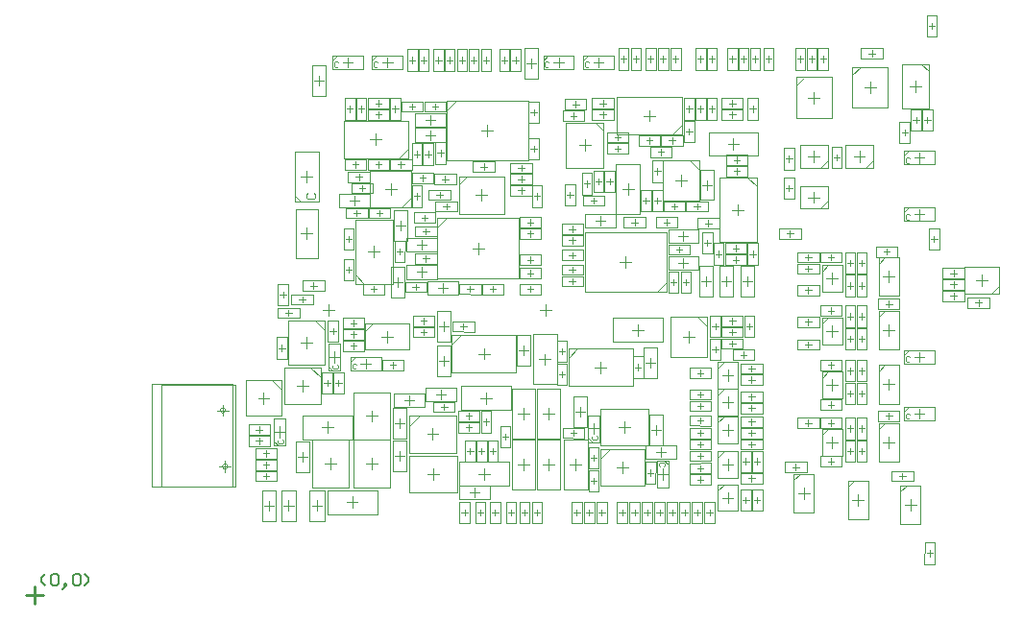
<source format=gbr>
%TF.GenerationSoftware,Altium Limited,Altium Designer,22.10.1 (41)*%
G04 Layer_Color=32768*
%FSLAX45Y45*%
%MOMM*%
%TF.SameCoordinates,A8474BD1-FA4A-4BD0-88DA-22D9B4FA892B*%
%TF.FilePolarity,Positive*%
%TF.FileFunction,Other,Assembly_Notes*%
%TF.Part,Single*%
G01*
G75*
%TA.AperFunction,NonConductor*%
%ADD113C,0.20000*%
%ADD674C,0.10000*%
%ADD675C,0.25400*%
D113*
X93322Y83322D02*
X60000Y116645D01*
Y149967D01*
X93322Y183290D01*
X143306Y166629D02*
X159968Y183290D01*
X193290D01*
X209951Y166629D01*
Y99984D01*
X193290Y83322D01*
X159968D01*
X143306Y99984D01*
Y166629D01*
X259935Y66661D02*
X276597Y83322D01*
Y99984D01*
X259935D01*
Y83322D01*
X276597D01*
X259935Y66661D01*
X243274Y50000D01*
X343242Y166629D02*
X359903Y183290D01*
X393226D01*
X409887Y166629D01*
Y99984D01*
X393226Y83322D01*
X359903D01*
X343242Y99984D01*
Y166629D01*
X443210Y83322D02*
X476532Y116645D01*
Y149967D01*
X443210Y183290D01*
D674*
X1702361Y1135000D02*
G03*
X1702361Y1135000I-22361J0D01*
G01*
X1682361Y1630000D02*
G03*
X1682361Y1630000I-22361J0D01*
G01*
X5877500Y2770000D02*
X5962500D01*
X5920000Y2727500D02*
Y2812500D01*
X5980000Y2635000D02*
Y2905000D01*
X5860000Y2635000D02*
Y2905000D01*
X5980000D01*
X5860000Y2635000D02*
X5980000D01*
X6085000Y3104936D02*
X6275000Y3105179D01*
X6085000Y3015364D02*
X6275000Y3014903D01*
X6152500Y3060000D02*
X6207500D01*
X6180000Y3032500D02*
Y3087500D01*
X6085000Y3015364D02*
Y3104936D01*
X6275000Y3014903D02*
Y3105179D01*
X6021369Y922923D02*
X6076369Y977925D01*
X6110000Y810000D02*
Y910000D01*
X6060000Y860000D02*
X6160000D01*
X6020000Y742721D02*
X6200000D01*
X6020000Y977856D02*
X6200000D01*
Y742721D02*
Y977856D01*
X6020000Y742721D02*
Y977856D01*
X6941369Y1412923D02*
X6996369Y1467925D01*
X7030000Y1300000D02*
Y1400000D01*
X6980000Y1350000D02*
X7080000D01*
X6940000Y1232721D02*
X7120000D01*
X6940000Y1467856D02*
X7120000D01*
Y1232721D02*
Y1467856D01*
X6940000Y1232721D02*
Y1467856D01*
X6941369Y2392923D02*
X6996369Y2447925D01*
X7030000Y2280000D02*
Y2380000D01*
X6980000Y2330000D02*
X7080000D01*
X6940000Y2212721D02*
X7120000D01*
X6940000Y2447856D02*
X7120000D01*
Y2212721D02*
Y2447856D01*
X6940000Y2212721D02*
Y2447856D01*
X6021369Y1762923D02*
X6076369Y1817925D01*
X6110000Y1650000D02*
Y1750000D01*
X6060000Y1700000D02*
X6160000D01*
X6020000Y1582721D02*
X6200000D01*
X6020000Y1817856D02*
X6200000D01*
Y1582721D02*
Y1817856D01*
X6020000Y1582721D02*
Y1817856D01*
X6021369Y2002923D02*
X6076369Y2057925D01*
X6110000Y1890000D02*
Y1990000D01*
X6060000Y1940000D02*
X6160000D01*
X6020000Y1822721D02*
X6200000D01*
X6020000Y2057856D02*
X6200000D01*
Y1822721D02*
Y2057856D01*
X6020000Y1822721D02*
Y2057856D01*
X6021369Y1212923D02*
X6076369Y1267925D01*
X6110000Y1100000D02*
Y1200000D01*
X6060000Y1150000D02*
X6160000D01*
X6020000Y1032721D02*
X6200000D01*
X6020000Y1267856D02*
X6200000D01*
Y1032721D02*
Y1267856D01*
X6020000Y1032721D02*
Y1267856D01*
X6021369Y1522923D02*
X6076369Y1577925D01*
X6110000Y1410000D02*
Y1510000D01*
X6060000Y1460000D02*
X6160000D01*
X6020000Y1342721D02*
X6200000D01*
X6020000Y1577856D02*
X6200000D01*
Y1342721D02*
Y1577856D01*
X6020000Y1342721D02*
Y1577856D01*
X6941369Y1917923D02*
X6996369Y1972925D01*
X7030000Y1805000D02*
Y1905000D01*
X6980000Y1855000D02*
X7080000D01*
X6940000Y1737721D02*
X7120000D01*
X6940000Y1972856D02*
X7120000D01*
Y1737721D02*
Y1972856D01*
X6940000Y1737721D02*
Y1972856D01*
X6941369Y2857898D02*
X6996369Y2912900D01*
X7030000Y2744975D02*
Y2844975D01*
X6980000Y2794975D02*
X7080000D01*
X6940000Y2677696D02*
X7120000D01*
X6940000Y2912831D02*
X7120000D01*
Y2677696D02*
Y2912831D01*
X6940000Y2677696D02*
Y2912831D01*
X7630000Y630000D02*
Y970000D01*
X7810000Y630000D02*
Y970000D01*
X7630000D02*
X7810000D01*
X7630000Y630000D02*
X7810000D01*
X7670000Y800000D02*
X7770000D01*
X7720000Y750000D02*
Y850000D01*
X7630000Y914999D02*
X7685000Y970002D01*
X7440000Y1690000D02*
Y2030000D01*
X7620000Y1690000D02*
Y2030000D01*
X7440000D02*
X7620000D01*
X7440000Y1690000D02*
X7620000D01*
X7480000Y1860000D02*
X7580000D01*
X7530000Y1810000D02*
Y1910000D01*
X7440000Y1975000D02*
X7495000Y2030003D01*
X7170000Y670000D02*
Y1010000D01*
X7350000Y670000D02*
Y1010000D01*
X7170000D02*
X7350000D01*
X7170000Y670000D02*
X7350000D01*
X7210000Y840000D02*
X7310000D01*
X7260000Y790000D02*
Y890000D01*
X7170000Y955000D02*
X7225000Y1010003D01*
X7440000Y2170000D02*
Y2510000D01*
X7620000Y2170000D02*
Y2510000D01*
X7440000D02*
X7620000D01*
X7440000Y2170000D02*
X7620000D01*
X7480000Y2340000D02*
X7580000D01*
X7530000Y2290000D02*
Y2390000D01*
X7440000Y2455000D02*
X7495000Y2510002D01*
X6690000Y730000D02*
Y1070000D01*
X6870000Y730000D02*
Y1070000D01*
X6690000D02*
X6870000D01*
X6690000Y730000D02*
X6870000D01*
X6730000Y900000D02*
X6830000D01*
X6780000Y850000D02*
Y950000D01*
X6690000Y1015000D02*
X6745000Y1070002D01*
X7440000Y2640000D02*
Y2980000D01*
X7620000Y2640000D02*
Y2980000D01*
X7440000D02*
X7620000D01*
X7440000Y2640000D02*
X7620000D01*
X7480000Y2810000D02*
X7580000D01*
X7530000Y2760000D02*
Y2860000D01*
X7440000Y2925000D02*
X7495000Y2980002D01*
X6995000Y3770000D02*
Y3970000D01*
X6745000D02*
X6995000D01*
X6745000Y3770000D02*
X6995000D01*
X6870000Y3820000D02*
Y3920001D01*
X6820000Y3870000D02*
X6920000D01*
X6745000Y3770000D02*
Y3970000D01*
X6925805Y3770000D02*
X6995000Y3839196D01*
X7440000Y1180000D02*
Y1520000D01*
X7620000Y1180000D02*
Y1520000D01*
X7440000D02*
X7620000D01*
X7440000Y1180000D02*
X7620000D01*
X7480000Y1350000D02*
X7580000D01*
X7530000Y1300000D02*
Y1400000D01*
X7440000Y1465000D02*
X7495000Y1520003D01*
X7395000Y3770000D02*
Y3970000D01*
X7145000D02*
X7395000D01*
X7145000Y3770000D02*
X7395000D01*
X7270000Y3820000D02*
Y3920000D01*
X7220000Y3870000D02*
X7320000D01*
X7145000Y3770000D02*
Y3970000D01*
X7325805Y3770000D02*
X7395000Y3839195D01*
X5540000Y3840000D02*
X5775463D01*
X5860000Y3755463D01*
Y3480000D02*
Y3755463D01*
X5540000Y3480000D02*
X5860000D01*
X5540000D02*
Y3840000D01*
X5700000Y3610000D02*
Y3710000D01*
X5650000Y3660000D02*
X5750000D01*
X5860000Y3730000D02*
Y3840000D01*
X5775463D02*
X5860000D01*
X6715000Y4210000D02*
Y4570000D01*
X7025000Y4210000D02*
Y4570000D01*
X6715000D02*
X7025000D01*
X6715000Y4210000D02*
X7025000D01*
X6820000Y4390000D02*
X6920000D01*
X6870000Y4340000D02*
Y4440000D01*
X6715140Y4497350D02*
X6784336Y4566545D01*
X7209998Y4300001D02*
Y4660001D01*
X7519998Y4300001D02*
Y4660001D01*
X7209998D02*
X7519998D01*
X7209998Y4300001D02*
X7519998D01*
X7314998Y4480001D02*
X7414998D01*
X7364998Y4430001D02*
Y4530001D01*
X7210138Y4587350D02*
X7279334Y4656546D01*
X3305000Y1475000D02*
Y1585000D01*
X3395000D01*
X3305000Y1255000D02*
Y1493904D01*
X3396096Y1585000D01*
X3715000D01*
Y1255000D02*
Y1585000D01*
X3510000Y1370000D02*
Y1470000D01*
X3460000Y1420000D02*
X3560000D01*
X3305000Y1255000D02*
X3715000D01*
X3960000Y2080000D02*
Y2180000D01*
X3910000Y2130000D02*
X4010000D01*
X3675000Y1965000D02*
X4245000D01*
Y2295000D01*
X3755964D02*
X4245000D01*
X3675000Y1965000D02*
Y2214036D01*
X3755964Y2295000D01*
X3675000D02*
X3755000D01*
X3675000Y2215000D02*
Y2295000D01*
X4985000Y1200000D02*
Y1290000D01*
X5375000Y970000D02*
Y1290000D01*
X4985000Y970000D02*
X5375000D01*
X5130000Y1130000D02*
X5230000D01*
X5180000Y1080000D02*
Y1180000D01*
X5071377Y1290000D02*
X5375000D01*
X4985000Y1203622D02*
X5071377Y1290000D01*
X4985000Y970000D02*
Y1203622D01*
Y1290000D02*
X5071377D01*
X4990000Y1960000D02*
Y2060000D01*
X4940001Y2010001D02*
X5040001D01*
X4705000Y1845001D02*
X5275000D01*
Y2175000D01*
X4785965D02*
X5275000D01*
X4705000Y1845001D02*
Y2094036D01*
X4785965Y2175000D01*
X4705000D02*
X4785000D01*
X4705000Y2095000D02*
Y2175000D01*
X2470000Y2425000D02*
X2560000D01*
X2240000Y2035000D02*
X2560000D01*
X2240000D02*
Y2425000D01*
X2400000Y2180000D02*
Y2280000D01*
X2350000Y2230000D02*
X2450000D01*
X2560000Y2035000D02*
Y2338622D01*
X2473622Y2425000D02*
X2560000Y2338622D01*
X2240000Y2425000D02*
X2473622D01*
X2560000Y2338622D02*
Y2425000D01*
X2914999Y2315000D02*
Y2395000D01*
X2994999D01*
X3109999Y2230000D02*
Y2330000D01*
X3059999Y2280000D02*
X3159999D01*
X2914999Y2165000D02*
X3304999D01*
Y2395000D01*
X2983907D02*
X3304999D01*
X2914999Y2326092D02*
X2983907Y2395000D01*
X2914999Y2165000D02*
Y2326092D01*
X5610000Y2460000D02*
X5845463D01*
X5930000Y2375463D01*
Y2100000D02*
Y2375463D01*
X5610000Y2100000D02*
X5930000D01*
X5610000D02*
Y2460000D01*
X5770000Y2230000D02*
Y2330000D01*
X5720000Y2280000D02*
X5820000D01*
X5930000Y2350000D02*
Y2460000D01*
X5845463D02*
X5930000D01*
X8200266Y2899551D02*
X8500265D01*
Y2725246D02*
Y2899551D01*
X8200266Y2659551D02*
Y2899551D01*
X8434571Y2659551D02*
X8500265Y2725246D01*
X8200266Y2659551D02*
X8434571D01*
X8350265Y2729551D02*
Y2829551D01*
X8300265Y2779551D02*
X8400265D01*
X8420266Y2659551D02*
X8500265D01*
Y2739551D01*
X7649378Y4295000D02*
X7879999D01*
X7649378D02*
Y4685422D01*
X7879999Y4295000D02*
Y4621158D01*
X7764999Y4440000D02*
Y4540000D01*
X7714999Y4490000D02*
X7814999D01*
X7816157Y4685000D02*
X7879999Y4621158D01*
X7649378Y4685000D02*
X7816157D01*
X7879999Y4605000D02*
Y4685000D01*
X7799999D02*
X7879999D01*
X6995000Y3410000D02*
Y3610000D01*
X6745000D02*
X6995000D01*
X6745000Y3410000D02*
X6995000D01*
X6870000Y3460000D02*
Y3560000D01*
X6820000Y3510000D02*
X6920000D01*
X6745000Y3410000D02*
Y3610000D01*
X6925805Y3410000D02*
X6995000Y3479195D01*
X3320000Y3504537D02*
Y3740000D01*
X3235463Y3420000D02*
X3320000Y3504537D01*
X2960000Y3420000D02*
X3235463D01*
X2960000D02*
Y3740000D01*
X3320000D01*
X3090000Y3580000D02*
X3190000D01*
X3140000Y3530000D02*
Y3630000D01*
X3210000Y3420000D02*
X3320000D01*
Y3504537D01*
X3550000Y3325000D02*
X3630000D01*
X3550000Y3240000D02*
Y3325000D01*
Y2795000D02*
Y3240000D01*
X3635000Y3325000D01*
X4270000D01*
X3910000Y3010000D02*
Y3110000D01*
X3860000Y3060000D02*
X3960000D01*
X3550000Y2795000D02*
X4270000D01*
Y3325000D01*
X3740000Y3615000D02*
Y3695000D01*
X3820000D01*
X3740000Y3365000D02*
X4140000D01*
X3890000Y3530000D02*
X3990000D01*
X3940000Y3480000D02*
Y3580000D01*
X4140000Y3365000D02*
Y3695000D01*
X3812465D02*
X4140000D01*
X3740000Y3622535D02*
X3812465Y3695000D01*
X3740000Y3365000D02*
Y3622535D01*
X2940000Y3030000D02*
X3040000D01*
X2990000Y2980000D02*
Y3080000D01*
X3155000Y2745000D02*
Y3315000D01*
X2825000D02*
X3155000D01*
X2825000Y2825964D02*
Y3315000D01*
X2905964Y2745000D02*
X3155000D01*
X2825000Y2825964D02*
X2905964Y2745000D01*
X2825000D02*
Y2825000D01*
Y2745000D02*
X2905000D01*
X3630000Y4365000D02*
X3710000D01*
X3630000Y4280000D02*
Y4365000D01*
Y3835000D02*
Y4280000D01*
X3715000Y4365000D01*
X4350000D01*
X3990000Y4050000D02*
Y4150000D01*
X3940000Y4100000D02*
X4040000D01*
X3630000Y3835000D02*
X4350000D01*
Y4365000D01*
X3010000Y3970000D02*
Y4070000D01*
X2960000Y4020000D02*
X3060000D01*
X2725000Y4185000D02*
X3295000D01*
X2725000Y3855000D02*
Y4185000D01*
Y3855000D02*
X3214036D01*
X3295000Y3935964D02*
Y4185000D01*
X3214036Y3855000D02*
X3295000Y3935964D01*
X3215000Y3855000D02*
X3295000D01*
Y3935000D01*
X5490000Y2675000D02*
X5570000D01*
Y2760000D01*
Y3205000D01*
X5485000Y2675000D02*
X5570000Y2760000D01*
X4850000Y2675000D02*
X5485000D01*
X5210000Y2890000D02*
Y2990000D01*
X5160000Y2940000D02*
X5260000D01*
X4850000Y3205000D02*
X5570000D01*
X4850000Y2675000D02*
Y3205000D01*
X6150000Y3400000D02*
X6250000D01*
X6200000Y3350000D02*
Y3450000D01*
X6035000Y3115000D02*
Y3685000D01*
Y3115000D02*
X6365000D01*
Y3604036D01*
X6035000Y3685000D02*
X6284036D01*
X6365000Y3604036D01*
Y3605000D02*
Y3685000D01*
X6285000D02*
X6365000D01*
X4935000Y4170000D02*
X5015000D01*
Y4090000D02*
Y4170000D01*
X4685000Y3770000D02*
Y4170000D01*
X4850000Y3920000D02*
Y4020000D01*
X4800000Y3970000D02*
X4900000D01*
X4685000Y3770000D02*
X5015000D01*
Y4097535D01*
X4942535Y4170000D02*
X5015000Y4097535D01*
X4685000Y4170000D02*
X4942535D01*
X5420000Y4180000D02*
Y4280000D01*
X5370000Y4230000D02*
X5470000D01*
X5135000Y4395000D02*
X5705000D01*
X5135000Y4065000D02*
Y4395000D01*
Y4065000D02*
X5624036D01*
X5705000Y4145964D02*
Y4395000D01*
X5624036Y4065000D02*
X5705000Y4145964D01*
X5625000Y4065000D02*
X5705000D01*
Y4145000D01*
X2090000Y1900000D02*
X2180000D01*
Y1810000D02*
Y1900000D01*
Y1580000D02*
Y1810000D01*
X2090000Y1900000D02*
X2180000Y1810000D01*
X1860000Y1900000D02*
X2090000D01*
X1970000Y1740000D02*
X2070000D01*
X2020000Y1690000D02*
Y1790000D01*
X1860000Y1580000D02*
Y1900000D01*
Y1580000D02*
X2180000D01*
X2430000Y2010000D02*
X2520000D01*
Y1920000D02*
Y2010000D01*
Y1690000D02*
Y1920000D01*
X2430000Y2010000D02*
X2520000Y1920000D01*
X2200000Y2010000D02*
X2430000D01*
X2310000Y1850000D02*
X2410000D01*
X2360000Y1800000D02*
Y1900000D01*
X2200000Y1690000D02*
Y2010000D01*
Y1690000D02*
X2520000D01*
X2460000Y2702500D02*
Y2757500D01*
X2432500Y2730000D02*
X2487500D01*
X2365000Y2775000D02*
X2555000D01*
X2365000Y2685000D02*
X2555000D01*
X2365000D02*
Y2775000D01*
X2555000Y2685000D02*
Y2775000D01*
X5940000Y3252500D02*
Y3307500D01*
X5912500Y3280000D02*
X5967500D01*
X5845000Y3325000D02*
X6035000D01*
X5845000Y3235000D02*
X6035000D01*
X5845000D02*
Y3325000D01*
X6035000Y3235000D02*
Y3325000D01*
X5915000Y4195000D02*
Y4385000D01*
X5825000D02*
X5915000D01*
X5825000Y4195000D02*
X5915000D01*
X5825000D02*
Y4385000D01*
X5870000Y4262500D02*
Y4317500D01*
X5842500Y4290000D02*
X5897500D01*
X6055000Y4285000D02*
X6245000D01*
X6055000Y4195000D02*
Y4285000D01*
X6245000Y4195000D02*
Y4285000D01*
X6055000Y4195000D02*
X6245000D01*
X6122500Y4240000D02*
X6177500D01*
X6150000Y4212500D02*
Y4267500D01*
X5925000Y4195000D02*
Y4385000D01*
Y4195000D02*
X6015000D01*
X5925000Y4385000D02*
X6015000D01*
Y4195000D02*
Y4385000D01*
X5970000Y4262500D02*
Y4317500D01*
X5942500Y4290000D02*
X5997500D01*
X6515000Y4635000D02*
Y4825000D01*
X6425000D02*
X6515000D01*
X6425000Y4635000D02*
X6515000D01*
X6425000D02*
Y4825000D01*
X6470000Y4702500D02*
Y4757500D01*
X6442500Y4730000D02*
X6497500D01*
X6305000Y4635000D02*
Y4825000D01*
Y4635000D02*
X6395000D01*
X6305000Y4825000D02*
X6395000D01*
Y4635000D02*
Y4825000D01*
X6350000Y4702500D02*
Y4757500D01*
X6322500Y4730000D02*
X6377500D01*
X6295000Y4635000D02*
Y4825000D01*
X6205000D02*
X6295000D01*
X6205000Y4635000D02*
X6295000D01*
X6205000D02*
Y4825000D01*
X6250000Y4702500D02*
Y4757500D01*
X6222500Y4730000D02*
X6277500D01*
X6105000Y4635000D02*
Y4825000D01*
Y4635000D02*
X6195000D01*
X6105000Y4825000D02*
X6195000D01*
Y4635000D02*
Y4825000D01*
X6150000Y4702500D02*
Y4757500D01*
X6122500Y4730000D02*
X6177500D01*
X6225000Y1695000D02*
X6415000D01*
X6225000Y1605000D02*
Y1695000D01*
X6415000Y1605000D02*
Y1695000D01*
X6225000Y1605000D02*
X6415000D01*
X6292500Y1650000D02*
X6347500D01*
X6320000Y1622500D02*
Y1677500D01*
X6225000Y1085000D02*
Y1275000D01*
Y1085000D02*
X6315000D01*
X6225000Y1275000D02*
X6315000D01*
Y1085000D02*
Y1275000D01*
X6270000Y1152500D02*
Y1207500D01*
X6242500Y1180000D02*
X6297500D01*
X6225000Y1475000D02*
X6415000D01*
X6225000Y1385000D02*
Y1475000D01*
X6415000Y1385000D02*
Y1475000D01*
X6225000Y1385000D02*
X6415000D01*
X6292500Y1430000D02*
X6347500D01*
X6320000Y1402500D02*
Y1457500D01*
X7234999Y1175000D02*
Y1365000D01*
X7145000D02*
X7234999D01*
X7145000Y1175000D02*
X7234999D01*
X7145000D02*
Y1365000D01*
X7190000Y1242500D02*
Y1297500D01*
X7162500Y1270000D02*
X7217500D01*
X6225000Y1945000D02*
X6415000D01*
X6225000Y1855000D02*
Y1945000D01*
X6415000Y1855000D02*
Y1945000D01*
X6225000Y1855000D02*
X6415000D01*
X6292500Y1900000D02*
X6347500D01*
X6320000Y1872500D02*
Y1927500D01*
X7145000Y1885000D02*
Y2075000D01*
Y1885000D02*
X7234999D01*
X7145000Y2075000D02*
X7234999D01*
Y1885000D02*
Y2075000D01*
X7190000Y1952501D02*
Y2007500D01*
X7162500Y1980000D02*
X7217500D01*
X7235000Y2165000D02*
Y2355000D01*
X7145000D02*
X7235000D01*
X7145000Y2165000D02*
X7235000D01*
X7145000D02*
Y2355000D01*
X7190000Y2232500D02*
Y2287500D01*
X7162500Y2260000D02*
X7217500D01*
X7145000Y2365000D02*
Y2555000D01*
Y2365000D02*
X7235000D01*
X7145000Y2555000D02*
X7235000D01*
Y2365000D02*
Y2555000D01*
X7190000Y2432500D02*
Y2487500D01*
X7162500Y2460000D02*
X7217500D01*
X7234999Y2635000D02*
Y2825000D01*
X7145000D02*
X7234999D01*
X7145000Y2635000D02*
X7234999D01*
X7145000D02*
Y2825000D01*
X7190000Y2702500D02*
Y2757500D01*
X7162500Y2730000D02*
X7217500D01*
X7145000Y2835000D02*
Y3025000D01*
Y2835000D02*
X7234999D01*
X7145000Y3025000D02*
X7234999D01*
Y2835000D02*
Y3025000D01*
X7190000Y2902500D02*
Y2957500D01*
X7162500Y2930000D02*
X7217500D01*
X8005000Y2685000D02*
X8195000D01*
X8005000Y2595000D02*
Y2685000D01*
X8195000Y2595000D02*
Y2685000D01*
X8005000Y2595000D02*
X8195000D01*
X8072500Y2640000D02*
X8127500D01*
X8100000Y2612500D02*
Y2667500D01*
X8005000Y2785000D02*
X8195000D01*
X8005000Y2695000D02*
Y2785000D01*
X8195000Y2695000D02*
Y2785000D01*
X8005000Y2695000D02*
X8195000D01*
X8072500Y2740000D02*
X8127500D01*
X8100000Y2712500D02*
Y2767500D01*
X3735000Y1535000D02*
X3925000D01*
Y1625000D01*
X3735000Y1535000D02*
Y1625000D01*
X3925000D01*
X3802500Y1580000D02*
X3857500D01*
X3830000Y1552500D02*
Y1607500D01*
X3735000Y1525000D02*
X3925000D01*
X3735000Y1435000D02*
Y1525000D01*
X3925000Y1435000D02*
Y1525000D01*
X3735000Y1435000D02*
X3925000D01*
X3802500Y1480000D02*
X3857500D01*
X3830000Y1452500D02*
Y1507500D01*
X4025000Y1435000D02*
Y1625000D01*
X3935000D02*
X4025000D01*
X3935000Y1435000D02*
X4025000D01*
X3935000D02*
Y1625000D01*
X3980000Y1502500D02*
Y1557500D01*
X3952500Y1530000D02*
X4007500D01*
X3985000Y1175000D02*
Y1365000D01*
X3895000D02*
X3985000D01*
X3895000Y1175000D02*
X3985000D01*
X3895000D02*
Y1365000D01*
X3940000Y1242500D02*
Y1297500D01*
X3912500Y1270000D02*
X3967500D01*
X1885000Y1415000D02*
X2075000D01*
Y1505000D01*
X1885000Y1415000D02*
Y1505000D01*
X2075000D01*
X1952500Y1460000D02*
X2007500D01*
X1980000Y1432500D02*
Y1487500D01*
X3065000Y2075000D02*
X3255000D01*
X3065000Y1985000D02*
Y2075000D01*
X3255000Y1985000D02*
Y2075000D01*
X3065000Y1985000D02*
X3255000D01*
X3132500Y2030000D02*
X3187500D01*
X3160000Y2002500D02*
Y2057500D01*
X4885000Y915000D02*
Y1105000D01*
Y915000D02*
X4975000D01*
X4885000Y1105000D02*
X4975000D01*
Y915000D02*
Y1105000D01*
X4930000Y982500D02*
Y1037500D01*
X4902500Y1010000D02*
X4957500D01*
X4885000Y1115000D02*
Y1305000D01*
Y1115000D02*
X4975000D01*
X4885000Y1305000D02*
X4975000D01*
Y1115000D02*
Y1305000D01*
X4930000Y1182500D02*
Y1237500D01*
X4902500Y1210000D02*
X4957500D01*
X3515000Y4625000D02*
Y4815000D01*
Y4625000D02*
X3605000D01*
X3515000Y4815000D02*
X3605000D01*
Y4625000D02*
Y4815000D01*
X3560000Y4692500D02*
Y4747500D01*
X3532500Y4720000D02*
X3587500D01*
X2225000Y2085000D02*
Y2275000D01*
X2135000D02*
X2225000D01*
X2135000Y2085000D02*
X2225000D01*
X2135000D02*
Y2275000D01*
X2180000Y2152500D02*
Y2207500D01*
X2152500Y2180000D02*
X2207500D01*
X2235000Y2555000D02*
Y2745000D01*
X2145000D02*
X2235000D01*
X2145000Y2555000D02*
X2235000D01*
X2145000D02*
Y2745000D01*
X2190000Y2622500D02*
Y2677500D01*
X2162500Y2650000D02*
X2217500D01*
X1945000Y1195000D02*
X2135000D01*
X1945000Y1105000D02*
Y1195000D01*
X2135000Y1105000D02*
Y1195000D01*
X1945000Y1105000D02*
X2135000D01*
X2012500Y1150000D02*
X2067500D01*
X2040000Y1122500D02*
Y1177500D01*
X2145000Y2445000D02*
X2335000D01*
Y2535000D01*
X2145000Y2445000D02*
Y2535000D01*
X2335000D01*
X2212500Y2490000D02*
X2267500D01*
X2240000Y2462500D02*
Y2517500D01*
X2535000Y1775000D02*
Y1965000D01*
Y1775000D02*
X2625000D01*
X2535000Y1965000D02*
X2625000D01*
Y1775000D02*
Y1965000D01*
X2580000Y1842500D02*
Y1897500D01*
X2552500Y1870000D02*
X2607500D01*
X1945000Y1294999D02*
X2135000D01*
X1945000Y1205000D02*
Y1294999D01*
X2135000Y1205000D02*
Y1294999D01*
X1945000Y1205000D02*
X2135000D01*
X2012500Y1250000D02*
X2067500D01*
X2040000Y1222499D02*
Y1277500D01*
X2715000Y2445000D02*
X2905000D01*
X2715000Y2355000D02*
Y2445000D01*
X2905000Y2355000D02*
Y2445000D01*
X2715000Y2355000D02*
X2905000D01*
X2782500Y2400000D02*
X2837500D01*
X2810000Y2372500D02*
Y2427500D01*
X2715000Y2345000D02*
X2905000D01*
X2715000Y2255000D02*
Y2345000D01*
X2905000Y2255000D02*
Y2345000D01*
X2715000Y2255000D02*
X2905000D01*
X2782500Y2300000D02*
X2837500D01*
X2810000Y2272500D02*
Y2327500D01*
X5145000Y4635000D02*
Y4825000D01*
Y4635000D02*
X5235000D01*
X5145000Y4825000D02*
X5235000D01*
Y4635000D02*
Y4825000D01*
X5190000Y4702500D02*
Y4757500D01*
X5162500Y4730000D02*
X5217500D01*
X3285000Y4625000D02*
Y4815000D01*
Y4625000D02*
X3375000D01*
X3285000Y4815000D02*
X3375000D01*
Y4625000D02*
Y4815000D01*
X3330000Y4692500D02*
Y4747500D01*
X3302500Y4720000D02*
X3357500D01*
X5255000Y4635000D02*
Y4825000D01*
Y4635000D02*
X5345000D01*
X5255000Y4825000D02*
X5345000D01*
Y4635000D02*
Y4825000D01*
X5300000Y4702500D02*
Y4757500D01*
X5272500Y4730000D02*
X5327500D01*
X3385000Y4625000D02*
Y4815000D01*
Y4625000D02*
X3475000D01*
X3385000Y4815000D02*
X3475000D01*
Y4625000D02*
Y4815000D01*
X3430000Y4692500D02*
Y4747500D01*
X3402500Y4720000D02*
X3457500D01*
X2715000Y2155000D02*
X2905000D01*
Y2245000D01*
X2715000Y2155000D02*
Y2245000D01*
X2905000D01*
X2782500Y2200000D02*
X2837500D01*
X2810000Y2172500D02*
Y2227500D01*
X3335000Y2275000D02*
X3525000D01*
Y2365000D01*
X3335000Y2275000D02*
Y2365000D01*
X3525000D01*
X3402500Y2320000D02*
X3457500D01*
X3430000Y2292500D02*
Y2347500D01*
X4275000Y636000D02*
Y826000D01*
Y636000D02*
X4365000D01*
X4275000Y826000D02*
X4365000D01*
Y636000D02*
Y826000D01*
X4320000Y703500D02*
Y758500D01*
X4292500Y731000D02*
X4347500D01*
X4385000Y636000D02*
Y826000D01*
Y636000D02*
X4475000D01*
X4385000Y826000D02*
X4475000D01*
Y636000D02*
Y826000D01*
X4430000Y703500D02*
Y758500D01*
X4402500Y731000D02*
X4457500D01*
X6015000Y4635000D02*
Y4825000D01*
X5925000D02*
X6015000D01*
X5925000Y4635000D02*
X6015000D01*
X5925000D02*
Y4825000D01*
X5970000Y4702500D02*
Y4757500D01*
X5942500Y4730000D02*
X5997500D01*
X5915000Y4635000D02*
Y4825000D01*
X5825000D02*
X5915000D01*
X5825000Y4635000D02*
X5915000D01*
X5825000D02*
Y4825000D01*
X5870000Y4702500D02*
Y4757500D01*
X5842500Y4730000D02*
X5897500D01*
X5905000Y635000D02*
Y825000D01*
Y635000D02*
X5995000D01*
X5905000Y825000D02*
X5995000D01*
Y635000D02*
Y825000D01*
X5950000Y702500D02*
Y757500D01*
X5922500Y730000D02*
X5977500D01*
X6055000Y2365000D02*
X6245000D01*
X6055000Y2275000D02*
Y2365000D01*
X6245000Y2275000D02*
Y2365000D01*
X6055000Y2275000D02*
X6245000D01*
X6122500Y2320000D02*
X6177500D01*
X6150000Y2292500D02*
Y2347500D01*
X5775000Y1625000D02*
X5965000D01*
Y1715000D01*
X5775000Y1625000D02*
Y1715000D01*
X5965000D01*
X5842500Y1670000D02*
X5897500D01*
X5870000Y1642500D02*
Y1697500D01*
X5795000Y635000D02*
Y825000D01*
Y635000D02*
X5885000D01*
X5795000Y825000D02*
X5885000D01*
Y635000D02*
Y825000D01*
X5840000Y702500D02*
Y757500D01*
X5812500Y730000D02*
X5867500D01*
X6925000Y1135000D02*
X7115000D01*
Y1225000D01*
X6925000Y1135000D02*
Y1225000D01*
X7115000D01*
X6992500Y1180000D02*
X7047500D01*
X7020000Y1152500D02*
Y1207500D01*
X5775000Y1285000D02*
X5965000D01*
Y1375000D01*
X5775000Y1285000D02*
Y1375000D01*
X5965000D01*
X5842500Y1330000D02*
X5897500D01*
X5870000Y1302500D02*
Y1357500D01*
X6705000Y4635000D02*
Y4825000D01*
Y4635000D02*
X6795000D01*
X6705000Y4825000D02*
X6795000D01*
Y4635000D02*
Y4825000D01*
X6750000Y4702500D02*
Y4757500D01*
X6722500Y4730000D02*
X6777500D01*
X6805000Y4635000D02*
Y4825000D01*
Y4635000D02*
X6895000D01*
X6805000Y4825000D02*
X6895000D01*
Y4635000D02*
Y4825000D01*
X6850000Y4702500D02*
Y4757500D01*
X6822500Y4730000D02*
X6877500D01*
X5685000Y635000D02*
Y825000D01*
Y635000D02*
X5775000D01*
X5685000Y825000D02*
X5775000D01*
Y635000D02*
Y825000D01*
X5730000Y702500D02*
Y757500D01*
X5702500Y730000D02*
X5757500D01*
X5575000Y635000D02*
Y825000D01*
Y635000D02*
X5665000D01*
X5575000Y825000D02*
X5665000D01*
Y635000D02*
Y825000D01*
X5620000Y702500D02*
Y757500D01*
X5592500Y730000D02*
X5647500D01*
X5555000Y635000D02*
Y825000D01*
X5465000D02*
X5555000D01*
X5465000Y635000D02*
X5555000D01*
X5465000D02*
Y825000D01*
X5510000Y702500D02*
Y757500D01*
X5482500Y730000D02*
X5537500D01*
X5355000Y635000D02*
Y825000D01*
Y635000D02*
X5445000D01*
X5355000Y825000D02*
X5445000D01*
Y635000D02*
Y825000D01*
X5400000Y702500D02*
Y757500D01*
X5372500Y730000D02*
X5427500D01*
X5585000Y4635000D02*
Y4825000D01*
X5495000D02*
X5585000D01*
X5495000Y4635000D02*
X5585000D01*
X5495000D02*
Y4825000D01*
X5540000Y4702500D02*
Y4757500D01*
X5512500Y4730000D02*
X5567500D01*
X5245000Y635000D02*
Y825000D01*
Y635000D02*
X5335000D01*
X5245000Y825000D02*
X5335000D01*
Y635000D02*
Y825000D01*
X5290000Y702500D02*
Y757500D01*
X5262500Y730000D02*
X5317500D01*
X5135000Y635000D02*
Y825000D01*
Y635000D02*
X5225000D01*
X5135000Y825000D02*
X5225000D01*
Y635000D02*
Y825000D01*
X5180000Y702500D02*
Y757500D01*
X5152500Y730000D02*
X5207500D01*
X5385000Y4635000D02*
Y4825000D01*
Y4635000D02*
X5475000D01*
X5385000Y4825000D02*
X5475000D01*
Y4635000D02*
Y4825000D01*
X5430000Y4702500D02*
Y4757500D01*
X5402500Y4730000D02*
X5457500D01*
X4955000Y635000D02*
Y825000D01*
Y635000D02*
X5045000D01*
X4955000Y825000D02*
X5045000D01*
Y635000D02*
Y825000D01*
X5000000Y702500D02*
Y757500D01*
X4972500Y730000D02*
X5027500D01*
X5695000Y4635000D02*
Y4825000D01*
X5605000D02*
X5695000D01*
X5605000Y4635000D02*
X5695000D01*
X5605000D02*
Y4825000D01*
X5650000Y4702500D02*
Y4757500D01*
X5622500Y4730000D02*
X5677500D01*
X4845000Y635000D02*
Y825000D01*
Y635000D02*
X4935000D01*
X4845000Y825000D02*
X4935000D01*
Y635000D02*
Y825000D01*
X4890000Y702500D02*
Y757500D01*
X4862500Y730000D02*
X4917500D01*
X4015000Y635000D02*
Y825000D01*
Y635000D02*
X4105000D01*
X4015000Y825000D02*
X4105000D01*
Y635000D02*
Y825000D01*
X4060000Y702500D02*
Y757500D01*
X4032500Y730000D02*
X4087500D01*
X3975000Y636000D02*
Y826000D01*
X3885000D02*
X3975000D01*
X3885000Y636000D02*
X3975000D01*
X3885000D02*
Y826000D01*
X3930000Y703500D02*
Y758500D01*
X3902500Y731000D02*
X3957500D01*
X4285000Y4625000D02*
Y4815000D01*
X4195000D02*
X4285000D01*
X4195000Y4625000D02*
X4285000D01*
X4195000D02*
Y4815000D01*
X4240000Y4692500D02*
Y4747500D01*
X4212500Y4720000D02*
X4267500D01*
X4095000Y4625000D02*
Y4815000D01*
Y4625000D02*
X4185000D01*
X4095000Y4815000D02*
X4185000D01*
Y4625000D02*
Y4815000D01*
X4140000Y4692500D02*
Y4747500D01*
X4112500Y4720000D02*
X4167500D01*
X4025000Y4625000D02*
Y4815000D01*
X3935000D02*
X4025000D01*
X3935000Y4625000D02*
X4025000D01*
X3935000D02*
Y4815000D01*
X3980000Y4692500D02*
Y4747500D01*
X3952500Y4720000D02*
X4007500D01*
X3825000Y4625000D02*
Y4815000D01*
Y4625000D02*
X3915000D01*
X3825000Y4815000D02*
X3915000D01*
Y4625000D02*
Y4815000D01*
X3870000Y4692500D02*
Y4747500D01*
X3842500Y4720000D02*
X3897500D01*
X3815000Y4625000D02*
Y4815000D01*
X3725000D02*
X3815000D01*
X3725000Y4625000D02*
X3815000D01*
X3725000D02*
Y4815000D01*
X3770000Y4692500D02*
Y4747500D01*
X3742500Y4720000D02*
X3797500D01*
X6055000Y2465000D02*
X6245000D01*
X6055000Y2375000D02*
Y2465000D01*
X6245000Y2375000D02*
Y2465000D01*
X6055000Y2375000D02*
X6245000D01*
X6122500Y2420000D02*
X6177500D01*
X6150000Y2392500D02*
Y2447500D01*
X7715000Y3985000D02*
Y4175000D01*
X7625000D02*
X7715000D01*
X7625000Y3985000D02*
X7715000D01*
X7625000D02*
Y4175000D01*
X7670000Y4052500D02*
Y4107500D01*
X7642500Y4080000D02*
X7697500D01*
X7815000Y4095000D02*
Y4285000D01*
X7725000D02*
X7815000D01*
X7725000Y4095000D02*
X7815000D01*
X7725000D02*
Y4285000D01*
X7770000Y4162500D02*
Y4217500D01*
X7742500Y4190000D02*
X7797500D01*
X6925000Y1635000D02*
X7115000D01*
Y1725000D01*
X6925000Y1635000D02*
Y1725000D01*
X7115000D01*
X6992500Y1680000D02*
X7047500D01*
X7020000Y1652500D02*
Y1707500D01*
X6325000Y745000D02*
Y935000D01*
Y745000D02*
X6415000D01*
X6325000Y935000D02*
X6415000D01*
Y745000D02*
Y935000D01*
X6370000Y812500D02*
Y867500D01*
X6342500Y840000D02*
X6397500D01*
X6315000Y745000D02*
Y935000D01*
X6225000D02*
X6315000D01*
X6225000Y745000D02*
X6315000D01*
X6225000D02*
Y935000D01*
X6270000Y812500D02*
Y867500D01*
X6242500Y840000D02*
X6297500D01*
X5775000Y1065000D02*
X5965000D01*
X5775000Y975000D02*
Y1065000D01*
X5965000Y975000D02*
Y1065000D01*
X5775000Y975000D02*
X5965000D01*
X5842500Y1020000D02*
X5897500D01*
X5870000Y992500D02*
Y1047500D01*
X6225000Y1375000D02*
X6415000D01*
X6225000Y1285000D02*
Y1375000D01*
X6415000Y1285000D02*
Y1375000D01*
X6225000Y1285000D02*
X6415000D01*
X6292500Y1330000D02*
X6347500D01*
X6320000Y1302500D02*
Y1357500D01*
X5775000Y1385000D02*
X5965000D01*
Y1475000D01*
X5775000Y1385000D02*
Y1475000D01*
X5965000D01*
X5842500Y1430000D02*
X5897500D01*
X5870000Y1402500D02*
Y1457500D01*
X6415000Y1085000D02*
Y1275000D01*
X6325000D02*
X6415000D01*
X6325000Y1085000D02*
X6415000D01*
X6325000D02*
Y1275000D01*
X6370000Y1152500D02*
Y1207500D01*
X6342500Y1180000D02*
X6397500D01*
X4245000Y635000D02*
Y825000D01*
X4155000D02*
X4245000D01*
X4155000Y635000D02*
X4245000D01*
X4155000D02*
Y825000D01*
X4200000Y702500D02*
Y757500D01*
X4172500Y730000D02*
X4227500D01*
X3835000Y635000D02*
Y825000D01*
X3745000D02*
X3835000D01*
X3745000Y635000D02*
X3835000D01*
X3745000D02*
Y825000D01*
X3790000Y702500D02*
Y757500D01*
X3762500Y730000D02*
X3817500D01*
X5775000Y1725000D02*
X5965000D01*
Y1815000D01*
X5775000Y1725000D02*
Y1815000D01*
X5965000D01*
X5842500Y1770000D02*
X5897500D01*
X5870000Y1742500D02*
Y1797500D01*
X6225000Y1955000D02*
X6415000D01*
Y2045000D01*
X6225000Y1955000D02*
Y2045000D01*
X6415000D01*
X6292500Y2000000D02*
X6347500D01*
X6320000Y1972500D02*
Y2027500D01*
X4825000Y635000D02*
Y825000D01*
X4735000D02*
X4825000D01*
X4735000Y635000D02*
X4825000D01*
X4735000D02*
Y825000D01*
X4780000Y702500D02*
Y757500D01*
X4752500Y730000D02*
X4807500D01*
X7245000Y1175000D02*
Y1365000D01*
Y1175000D02*
X7335000D01*
X7245000Y1365000D02*
X7335000D01*
Y1175000D02*
Y1365000D01*
X7290000Y1242500D02*
Y1297500D01*
X7262500Y1270000D02*
X7317500D01*
X7335000Y1375000D02*
Y1565000D01*
X7245000D02*
X7335000D01*
X7245000Y1375000D02*
X7335000D01*
X7245000D02*
Y1565000D01*
X7290000Y1442500D02*
Y1497500D01*
X7262500Y1470000D02*
X7317500D01*
X7145000Y1375000D02*
Y1565000D01*
Y1375000D02*
X7234999D01*
X7145000Y1565000D02*
X7234999D01*
Y1375000D02*
Y1565000D01*
X7190000Y1442501D02*
Y1497500D01*
X7162500Y1470000D02*
X7217500D01*
X7245000Y1685000D02*
Y1875000D01*
Y1685000D02*
X7335000D01*
X7245000Y1875000D02*
X7335000D01*
Y1685000D02*
Y1875000D01*
X7290000Y1752500D02*
Y1807500D01*
X7262500Y1780000D02*
X7317500D01*
X7234999Y1685000D02*
Y1875000D01*
X7145000D02*
X7234999D01*
X7145000Y1685000D02*
X7234999D01*
X7145000D02*
Y1875000D01*
X7190000Y1752500D02*
Y1807500D01*
X7162500Y1780000D02*
X7217500D01*
X7335000Y1885000D02*
Y2075000D01*
X7245000D02*
X7335000D01*
X7245000Y1885000D02*
X7335000D01*
X7245000D02*
Y2075000D01*
X7290000Y1952500D02*
Y2007500D01*
X7262500Y1980000D02*
X7317500D01*
X7245000Y2165000D02*
Y2355000D01*
Y2165000D02*
X7335000D01*
X7245000Y2355000D02*
X7335000D01*
Y2165000D02*
Y2355000D01*
X7290000Y2232500D02*
Y2287500D01*
X7262500Y2260000D02*
X7317500D01*
X6725000Y2165000D02*
X6915000D01*
Y2255000D01*
X6725000Y2165000D02*
Y2255000D01*
X6915000D01*
X6792500Y2210000D02*
X6847500D01*
X6820000Y2182500D02*
Y2237500D01*
X7335000Y2365000D02*
Y2555000D01*
X7245000D02*
X7335000D01*
X7245000Y2365000D02*
X7335000D01*
X7245000D02*
Y2555000D01*
X7290000Y2432500D02*
Y2487500D01*
X7262500Y2460000D02*
X7317500D01*
X6725000Y2365000D02*
X6915000D01*
Y2455000D01*
X6725000Y2365000D02*
Y2455000D01*
X6915000D01*
X6792500Y2410000D02*
X6847500D01*
X6820000Y2382500D02*
Y2437500D01*
X7245000Y2635000D02*
Y2825000D01*
Y2635000D02*
X7335000D01*
X7245000Y2825000D02*
X7335000D01*
Y2635000D02*
Y2825000D01*
X7290000Y2702500D02*
Y2757500D01*
X7262500Y2730000D02*
X7317500D01*
X6725000Y2645000D02*
X6915000D01*
Y2735000D01*
X6725000Y2645000D02*
Y2735000D01*
X6915000D01*
X6792499Y2690000D02*
X6847499D01*
X6820000Y2662500D02*
Y2717500D01*
X7335000Y2835000D02*
Y3025000D01*
X7245000D02*
X7335000D01*
X7245000Y2835000D02*
X7335000D01*
X7245000D02*
Y3025000D01*
X7290000Y2902500D02*
Y2957500D01*
X7262500Y2930000D02*
X7317500D01*
X6725000Y2835000D02*
X6915000D01*
Y2925000D01*
X6725000Y2835000D02*
Y2925000D01*
X6915000D01*
X6792499Y2880000D02*
X6847499D01*
X6820000Y2852500D02*
Y2907500D01*
X2895000Y2655000D02*
X3085000D01*
Y2745000D01*
X2895000Y2655000D02*
Y2745000D01*
X3085000D01*
X2962500Y2700000D02*
X3017500D01*
X2990000Y2672500D02*
Y2727500D01*
X3535000Y3385000D02*
X3725000D01*
Y3475000D01*
X3535000Y3385000D02*
Y3475000D01*
X3725000D01*
X3602500Y3430000D02*
X3657500D01*
X3630000Y3402500D02*
Y3457500D01*
X3475000Y3485000D02*
X3665000D01*
Y3575000D01*
X3475000Y3485000D02*
Y3575000D01*
X3665000D01*
X3542500Y3530000D02*
X3597500D01*
X3570000Y3502500D02*
Y3557500D01*
X4275000Y3005000D02*
X4465000D01*
X4275000Y2915000D02*
Y3005000D01*
X4465000Y2915000D02*
Y3005000D01*
X4275000Y2915000D02*
X4465000D01*
X4342500Y2960000D02*
X4397500D01*
X4370000Y2932500D02*
Y2987500D01*
X1885000Y1315000D02*
X2075000D01*
Y1405000D01*
X1885000Y1315000D02*
Y1405000D01*
X2075000D01*
X1952500Y1360000D02*
X2007500D01*
X1980000Y1332500D02*
Y1387500D01*
X3525000Y3625000D02*
X3715000D01*
Y3715000D01*
X3525000Y3625000D02*
Y3715000D01*
X3715000D01*
X3592500Y3670000D02*
X3647500D01*
X3620000Y3642500D02*
Y3697500D01*
X6565000Y3235000D02*
X6755000D01*
X6565000Y3145000D02*
Y3235000D01*
X6755000Y3145000D02*
Y3235000D01*
X6565000Y3145000D02*
X6755000D01*
X6632500Y3190000D02*
X6687500D01*
X6660000Y3162500D02*
Y3217500D01*
X3945000Y2655000D02*
X4135000D01*
Y2745000D01*
X3945000Y2655000D02*
Y2745000D01*
X4135000D01*
X4012500Y2700000D02*
X4067500D01*
X4040000Y2672500D02*
Y2727500D01*
X2350000Y3190000D02*
X2450000D01*
X2400000Y3140000D02*
Y3240000D01*
X2300000Y2974161D02*
X2500000D01*
Y3405132D01*
X2300000Y2974161D02*
Y3405132D01*
X2500000D01*
X2765000Y3645000D02*
X2955000D01*
Y3735000D01*
X2765000Y3645000D02*
Y3735000D01*
X2955000D01*
X2832500Y3690000D02*
X2887500D01*
X2860000Y3662500D02*
Y3717500D01*
X2935000Y4295000D02*
X3125000D01*
Y4385000D01*
X2935000Y4295000D02*
Y4385000D01*
X3125000D01*
X3002500Y4340000D02*
X3057500D01*
X3030000Y4312500D02*
Y4367500D01*
X6055000Y4385000D02*
X6245000D01*
X6055000Y4295000D02*
Y4385000D01*
X6245000Y4295000D02*
Y4385000D01*
X6055000Y4295000D02*
X6245000D01*
X6122500Y4340000D02*
X6177500D01*
X6150000Y4312500D02*
Y4367500D01*
X4445000Y3845000D02*
Y4035000D01*
X4355000D02*
X4445000D01*
X4355000Y3845000D02*
X4445000D01*
X4355000D02*
Y4035000D01*
X4400000Y3912500D02*
Y3967500D01*
X4372500Y3940000D02*
X4427500D01*
X3135000Y3845000D02*
X3325000D01*
X3135000Y3755000D02*
Y3845000D01*
X3325000Y3755000D02*
Y3845000D01*
X3135000Y3755000D02*
X3325000D01*
X3202500Y3800000D02*
X3257500D01*
X3230000Y3772500D02*
Y3827500D01*
X2835000Y4195000D02*
Y4385000D01*
Y4195000D02*
X2925000D01*
X2835000Y4385000D02*
X2925000D01*
Y4195000D02*
Y4385000D01*
X2880000Y4262500D02*
Y4317500D01*
X2852500Y4290000D02*
X2907500D01*
X3515000Y3795000D02*
Y3985000D01*
X3425000D02*
X3515000D01*
X3425000Y3795000D02*
X3515000D01*
X3425000D02*
Y3985000D01*
X3470000Y3862500D02*
Y3917500D01*
X3442500Y3890000D02*
X3497500D01*
X4275000Y2655000D02*
X4465000D01*
Y2745000D01*
X4275000Y2655000D02*
Y2745000D01*
X4465000D01*
X4342500Y2700000D02*
X4397500D01*
X4370000Y2672500D02*
Y2727500D01*
X6095000Y3785000D02*
X6285000D01*
X6095000Y3695000D02*
Y3785000D01*
X6285000Y3695000D02*
Y3785000D01*
X6095000Y3695000D02*
X6285000D01*
X6162500Y3740000D02*
X6217500D01*
X6190000Y3712500D02*
Y3767500D01*
X4645000Y3045000D02*
X4835000D01*
X4645000Y2955000D02*
Y3045000D01*
X4835000Y2955000D02*
Y3045000D01*
X4645000Y2955000D02*
X4835000D01*
X4712500Y3000000D02*
X4767500D01*
X4740000Y2972500D02*
Y3027500D01*
X5475000Y3245000D02*
X5665000D01*
Y3335000D01*
X5475000Y3245000D02*
Y3335000D01*
X5665000D01*
X5542500Y3290000D02*
X5597500D01*
X5570000Y3262500D02*
Y3317500D01*
X6160000Y3930000D02*
Y4030000D01*
X6110000Y3980000D02*
X6210000D01*
X6375839Y3880000D02*
Y4080000D01*
X5944868D02*
X6375839D01*
X5944868Y3880000D02*
X6375839D01*
X5944868D02*
Y4080000D01*
X5445000Y3385000D02*
Y3575000D01*
Y3385000D02*
X5535000D01*
X5445000Y3575000D02*
X5535000D01*
Y3385000D02*
Y3575000D01*
X5490000Y3452500D02*
Y3507500D01*
X5462500Y3480000D02*
X5517500D01*
X4655000Y4185000D02*
X4845000D01*
Y4275000D01*
X4655000Y4185000D02*
Y4275000D01*
X4845000D01*
X4722500Y4230000D02*
X4777500D01*
X4750000Y4202500D02*
Y4257500D01*
X4645000Y3175000D02*
X4835000D01*
X4645000Y3085000D02*
Y3175000D01*
X4835000Y3085000D02*
Y3175000D01*
X4645000Y3085000D02*
X4835000D01*
X4712500Y3130000D02*
X4767500D01*
X4740000Y3102500D02*
Y3157500D01*
X5535000Y3645000D02*
Y3835000D01*
X5445000D02*
X5535000D01*
X5445000Y3645000D02*
X5535000D01*
X5445000D02*
Y3835000D01*
X5490000Y3712500D02*
Y3767500D01*
X5462500Y3740000D02*
X5517500D01*
X4765000Y3435000D02*
Y3625000D01*
X4675000D02*
X4765000D01*
X4675000Y3435000D02*
X4765000D01*
X4675000D02*
Y3625000D01*
X4720000Y3502500D02*
Y3557500D01*
X4692500Y3530000D02*
X4747500D01*
X4915000Y4285000D02*
X5105000D01*
X4915000Y4195000D02*
Y4285000D01*
X5105000Y4195000D02*
Y4285000D01*
X4915000Y4195000D02*
X5105000D01*
X4982500Y4240000D02*
X5037500D01*
X5010000Y4212500D02*
Y4267500D01*
X5325000Y3965000D02*
X5515000D01*
Y4055000D01*
X5325000Y3965000D02*
Y4055000D01*
X5515000D01*
X5392500Y4010000D02*
X5447500D01*
X5420000Y3982500D02*
Y4037500D01*
X5525000Y4055000D02*
X5715000D01*
X5525000Y3965000D02*
Y4055000D01*
X5715000Y3965000D02*
Y4055000D01*
X5525000Y3965000D02*
X5715000D01*
X5592500Y4010000D02*
X5647500D01*
X5620000Y3982500D02*
Y4037500D01*
X1585731Y1864268D02*
X1590000Y1860000D01*
X1595000Y955000D02*
X1745000D01*
X1590000Y1860000D02*
X1745000D01*
X1030000Y955000D02*
X1595000D01*
X1030000Y1864268D02*
X1585731D01*
X1030000Y955000D02*
Y1864268D01*
X1745000Y955000D02*
Y1860000D01*
X1630000Y1135000D02*
X1730000D01*
X1680000Y1085000D02*
Y1185000D01*
X1660000Y1580000D02*
Y1680000D01*
X1610000Y1630000D02*
X1710000D01*
X1770000Y955000D02*
Y1855000D01*
X1120000Y955000D02*
Y1855000D01*
Y955000D02*
X1620000D01*
X1120000Y1855000D02*
X1620000D01*
Y955000D02*
X1770000D01*
X1620000Y1855000D02*
X1770000D01*
X2595000Y2465000D02*
Y2565000D01*
X2545000Y2515000D02*
X2645000D01*
X4505000Y2465000D02*
Y2565000D01*
X4455000Y2515000D02*
X4555000D01*
X3514998Y1020001D02*
Y1120001D01*
X3464998Y1070001D02*
X3564998D01*
X3304998Y910001D02*
X3724998D01*
X3304998Y1230001D02*
X3724998D01*
Y910001D02*
Y1230001D01*
X3304998Y910001D02*
Y1230001D01*
X2920000Y1160000D02*
X3020000D01*
X2970000Y1110000D02*
Y1210000D01*
X2810000Y950000D02*
Y1370000D01*
X3130000Y950000D02*
Y1370000D01*
X2810000Y950000D02*
X3130000D01*
X2810000Y1370000D02*
X3130000D01*
X2920000Y1580000D02*
X3020000D01*
X2970000Y1530000D02*
Y1630000D01*
X3130000Y1370000D02*
Y1790000D01*
X2810000Y1370000D02*
Y1790000D01*
X3130000D01*
X2810000Y1370000D02*
X3130000D01*
X5200000Y1430000D02*
Y1530000D01*
X5150000Y1480000D02*
X5250000D01*
X4990000Y1640000D02*
X5410000D01*
X4990000Y1320000D02*
X5410000D01*
X4990000D02*
Y1640000D01*
X5410000Y1320000D02*
Y1640000D01*
X2560000Y1160000D02*
X2660000D01*
X2610000Y1110000D02*
Y1210000D01*
X2770000Y950000D02*
Y1370000D01*
X2450000Y950000D02*
Y1370000D01*
X2770000D01*
X2450000Y950000D02*
X2770000D01*
X2555000Y655000D02*
Y925000D01*
X2425000Y655000D02*
X2555000D01*
X2425000Y925000D02*
X2555000D01*
X2445000Y790000D02*
X2535000D01*
X2490000Y745000D02*
Y835000D01*
X2425000Y655000D02*
Y925000D01*
X2175000Y655000D02*
Y925000D01*
X2305000D01*
X2175000Y655000D02*
X2305000D01*
X2195000Y790000D02*
X2285000D01*
X2240000Y745000D02*
Y835000D01*
X2305000Y655000D02*
Y925000D01*
X7664449Y1660000D02*
X7744449D01*
X7664449Y1580000D02*
Y1660000D01*
X7665000Y1540000D02*
Y1619725D01*
X7705275Y1660000D01*
X7933982D01*
X7800000Y1555000D02*
Y1645000D01*
X7755000Y1600000D02*
X7845000D01*
X7665000Y1540000D02*
X7933982D01*
Y1660000D01*
X7664449Y3420000D02*
X7744449D01*
X7664449Y3340000D02*
Y3420000D01*
X7665000Y3300000D02*
Y3379725D01*
X7705275Y3420000D01*
X7933982D01*
X7800000Y3315000D02*
Y3405000D01*
X7755000Y3360000D02*
X7845000D01*
X7665000Y3300000D02*
X7933982D01*
Y3420000D01*
X2590000Y2100000D02*
X2690000D01*
X2640000Y2050000D02*
Y2150000D01*
X2690000Y1980000D02*
Y2217500D01*
X2590000D02*
X2690000D01*
X2590000Y2019326D02*
Y2217500D01*
Y2019326D02*
X2629326Y1980000D01*
X2690000D01*
X2590000D02*
Y2060000D01*
Y1980000D02*
X2670000D01*
X2784449Y2100000D02*
X2864449D01*
X2784449Y2020000D02*
Y2100000D01*
X2785000Y1980000D02*
Y2059725D01*
X2825275Y2100000D01*
X3053982D01*
X2920000Y1995000D02*
Y2085000D01*
X2875000Y2040000D02*
X2965000D01*
X2785000Y1980000D02*
X3053982D01*
Y2100000D01*
X5490000Y1070000D02*
X5590000D01*
X5540000Y1020000D02*
Y1120000D01*
X5490000Y952500D02*
Y1190000D01*
Y952500D02*
X5590000D01*
Y1150674D01*
X5550674Y1190000D02*
X5590000Y1150674D01*
X5490000Y1190000D02*
X5550674D01*
X5590000Y1110000D02*
Y1190000D01*
X5510000D02*
X5590000D01*
X4880000Y1470000D02*
X4980000D01*
X4930000Y1420000D02*
Y1520000D01*
X4980000Y1350000D02*
Y1587500D01*
X4880000D02*
X4980000D01*
X4880000Y1389326D02*
Y1587500D01*
Y1389326D02*
X4919326Y1350000D01*
X4980000D01*
X4880000D02*
Y1430000D01*
Y1350000D02*
X4960000D01*
X2110000Y1440000D02*
X2210000D01*
X2160000Y1390000D02*
Y1490000D01*
X2210000Y1320000D02*
Y1557500D01*
X2110000D02*
X2210000D01*
X2110000Y1359326D02*
Y1557500D01*
Y1359326D02*
X2149326Y1320000D01*
X2210000D01*
X2110000D02*
Y1400000D01*
Y1320000D02*
X2190000D01*
X4834449Y4760000D02*
X4914449D01*
X4834449Y4680000D02*
Y4760000D01*
X4835000Y4640000D02*
Y4719725D01*
X4875275Y4760000D01*
X5103982D01*
X4970000Y4655000D02*
Y4745000D01*
X4925000Y4700000D02*
X5015000D01*
X4835000Y4640000D02*
X5103982D01*
Y4760000D01*
X2974449D02*
X3054449D01*
X2974449Y4680000D02*
Y4760000D01*
X2975000Y4640000D02*
Y4719725D01*
X3015275Y4760000D01*
X3243982D01*
X3110000Y4655000D02*
Y4745000D01*
X3065000Y4700000D02*
X3155000D01*
X2975000Y4640000D02*
X3243982D01*
Y4760000D01*
X4485000D02*
X4565000D01*
X4485000Y4680000D02*
Y4760000D01*
X4620000Y4655000D02*
Y4745000D01*
X4575000Y4700000D02*
X4665000D01*
X4485000Y4640000D02*
X4755000D01*
Y4760000D01*
X4525405D02*
X4755000D01*
X4485000Y4719595D02*
X4525405Y4760000D01*
X4485000Y4640000D02*
Y4719595D01*
X2625000Y4760000D02*
X2705000D01*
X2625000Y4680000D02*
Y4760000D01*
X2760000Y4655000D02*
Y4745000D01*
X2715000Y4700000D02*
X2805000D01*
X2625000Y4640000D02*
X2895000D01*
Y4760000D01*
X2665405D02*
X2895000D01*
X2625000Y4719595D02*
X2665405Y4760000D01*
X2625000Y4640000D02*
Y4719595D01*
X7665000Y2160000D02*
X7745000D01*
X7665000Y2080000D02*
Y2160000D01*
X7800000Y2055000D02*
Y2145000D01*
X7755000Y2100000D02*
X7845000D01*
X7665000Y2040000D02*
X7935000D01*
Y2160000D01*
X7705405D02*
X7935000D01*
X7665000Y2119595D02*
X7705405Y2160000D01*
X7665000Y2040000D02*
Y2119595D01*
Y3920000D02*
X7745000D01*
X7665000Y3840000D02*
Y3920000D01*
X7800000Y3815000D02*
Y3905000D01*
X7755000Y3860000D02*
X7845000D01*
X7665000Y3800000D02*
X7935000D01*
Y3920000D01*
X7705405D02*
X7935000D01*
X7665000Y3879594D02*
X7705405Y3920000D01*
X7665000Y3800000D02*
Y3879594D01*
X2295000Y3470000D02*
Y3550000D01*
Y3470000D02*
X2375000D01*
X2350459D02*
X2505000D01*
X2295000Y3525459D02*
X2350459Y3470000D01*
X2295000Y3525459D02*
Y3910000D01*
X2350000Y3690000D02*
X2450000D01*
X2400000Y3640000D02*
Y3740000D01*
X2505000Y3470000D02*
Y3910000D01*
X2295000D02*
X2505000D01*
X2265000Y2654936D02*
X2455000Y2655180D01*
X2265000Y2565364D02*
X2455000Y2564903D01*
X2332500Y2610000D02*
X2387500D01*
X2360000Y2582500D02*
Y2637500D01*
X2265000Y2565364D02*
Y2654936D01*
X2455000Y2564903D02*
Y2655180D01*
X3160000Y1095000D02*
X3280000D01*
X3160000Y1365000D02*
X3280000D01*
X3160000Y1095000D02*
Y1365000D01*
X3280000Y1095000D02*
Y1365000D01*
X3220000Y1187500D02*
Y1272500D01*
X3177500Y1230000D02*
X3262500D01*
X3170000Y3395000D02*
X3290000D01*
X3170000Y3125000D02*
X3290000D01*
Y3395000D01*
X3170000Y3125000D02*
Y3395000D01*
X3230000Y3217500D02*
Y3302500D01*
X3187500Y3260000D02*
X3272500D01*
X5814936Y4385000D02*
X5815180Y4195000D01*
X5724903D02*
X5725364Y4385000D01*
X5770000Y4262500D02*
Y4317500D01*
X5742500Y4290000D02*
X5797500D01*
X5725364Y4385000D02*
X5814936D01*
X5724903Y4195000D02*
X5815180D01*
X6284821Y4385000D02*
X6285064Y4195000D01*
X6374636D02*
X6375097Y4385000D01*
X6330000Y4262500D02*
Y4317500D01*
X6302500Y4290000D02*
X6357500D01*
X6285064Y4195000D02*
X6374636D01*
X6284821Y4385000D02*
X6375097D01*
X5724820Y4185000D02*
X5725064Y3995000D01*
X5814636D02*
X5815097Y4185000D01*
X5770000Y4062500D02*
Y4117500D01*
X5742500Y4090000D02*
X5797500D01*
X5725064Y3995000D02*
X5814636D01*
X5724820Y4185000D02*
X5815097D01*
X4260000Y1600000D02*
X4360000D01*
X4310000Y1550000D02*
Y1650000D01*
X4205000Y1380000D02*
Y1820000D01*
X4415000Y1380000D02*
Y1820000D01*
X4205000Y1380000D02*
X4415000D01*
X4205000Y1820000D02*
X4415000D01*
X4480000Y1150000D02*
X4580000D01*
X4530000Y1100000D02*
Y1200000D01*
X4635000Y930000D02*
Y1370000D01*
X4425000Y930000D02*
Y1370000D01*
X4635000D01*
X4425000Y930000D02*
X4635000D01*
X5884821Y3205000D02*
X5885064Y3015000D01*
X5974637D02*
X5975097Y3205000D01*
X5930000Y3082500D02*
Y3137500D01*
X5902500Y3110000D02*
X5957500D01*
X5885064Y3015000D02*
X5974637D01*
X5884821Y3205000D02*
X5975097D01*
X2824936Y4385000D02*
X2825180Y4195000D01*
X2734903D02*
X2735364Y4385000D01*
X2780000Y4262500D02*
Y4317500D01*
X2752500Y4290000D02*
X2807500D01*
X2735364Y4385000D02*
X2824936D01*
X2734903Y4195000D02*
X2825180D01*
X3865000Y3734821D02*
X4055000Y3735064D01*
X3865000Y3825097D02*
X4055000Y3824636D01*
X3932500Y3780000D02*
X3987500D01*
X3960000Y3752500D02*
Y3807500D01*
X4055000Y3735064D02*
Y3824636D01*
X3865000Y3734821D02*
Y3825097D01*
X5344821Y3575000D02*
X5345064Y3385000D01*
X5434637D02*
X5435097Y3575000D01*
X5390000Y3452500D02*
Y3507500D01*
X5362500Y3480000D02*
X5417500D01*
X5345064Y3385000D02*
X5434637D01*
X5344821Y3575000D02*
X5435097D01*
X3745000Y2744936D02*
X3935000Y2745179D01*
X3745000Y2655363D02*
X3935000Y2654903D01*
X3812500Y2700000D02*
X3867500D01*
X3840000Y2672500D02*
Y2727500D01*
X3745000Y2655363D02*
Y2744936D01*
X3935000Y2654903D02*
Y2745179D01*
X5775000Y1164936D02*
X5965000Y1165180D01*
X5775000Y1075364D02*
X5965000Y1074903D01*
X5842500Y1120000D02*
X5897500D01*
X5870000Y1092500D02*
Y1147500D01*
X5775000Y1075364D02*
Y1164936D01*
X5965000Y1074903D02*
Y1165180D01*
X5775000Y1274936D02*
X5965000Y1275180D01*
X5775000Y1185364D02*
X5965000Y1184903D01*
X5842500Y1230000D02*
X5897500D01*
X5870000Y1202500D02*
Y1257500D01*
X5775000Y1185364D02*
Y1274936D01*
X5965000Y1184903D02*
Y1275180D01*
X6225000Y1074936D02*
X6415000Y1075179D01*
X6225000Y985364D02*
X6415000Y984903D01*
X6292500Y1030000D02*
X6347500D01*
X6320000Y1002500D02*
Y1057500D01*
X6225000Y985364D02*
Y1074936D01*
X6415000Y984903D02*
Y1075179D01*
X6994936Y4825000D02*
X6995180Y4635000D01*
X6904903D02*
X6905364Y4825000D01*
X6950000Y4702500D02*
Y4757500D01*
X6922500Y4730000D02*
X6977500D01*
X6905364Y4825000D02*
X6994936D01*
X6904903Y4635000D02*
X6995180D01*
X6924999Y1564936D02*
X7114999Y1565180D01*
X6924999Y1475364D02*
X7114999Y1474903D01*
X6992500Y1520000D02*
X7047499D01*
X7019999Y1492500D02*
Y1547500D01*
X6924999Y1475364D02*
Y1564936D01*
X7114999Y1474903D02*
Y1565180D01*
X6155000Y2164936D02*
X6345000Y2165180D01*
X6155000Y2075364D02*
X6345000Y2074903D01*
X6222500Y2120000D02*
X6277500D01*
X6250000Y2092500D02*
Y2147500D01*
X6155000Y2075364D02*
Y2164936D01*
X6345000Y2074903D02*
Y2165180D01*
X4915000Y4384936D02*
X5105000Y4385179D01*
X4915000Y4295364D02*
X5105000Y4294903D01*
X4982500Y4340000D02*
X5037500D01*
X5010000Y4312500D02*
Y4367500D01*
X4915000Y4295364D02*
Y4384936D01*
X5105000Y4294903D02*
Y4385179D01*
X2634820Y1965000D02*
X2635064Y1775000D01*
X2724636D02*
X2725097Y1965000D01*
X2680000Y1842500D02*
Y1897500D01*
X2652500Y1870000D02*
X2707500D01*
X2635064Y1775000D02*
X2724636D01*
X2634820Y1965000D02*
X2725097D01*
X6925000Y2554935D02*
X7115000Y2555179D01*
X6925000Y2465363D02*
X7115000Y2464903D01*
X6992500Y2510000D02*
X7047500D01*
X7020000Y2482500D02*
Y2537500D01*
X6925000Y2465363D02*
Y2554935D01*
X7115000Y2464903D02*
Y2555179D01*
X6225000Y1484821D02*
X6415000Y1485065D01*
X6225000Y1575097D02*
X6415000Y1574637D01*
X6292500Y1530000D02*
X6347500D01*
X6320000Y1502500D02*
Y1557500D01*
X6415000Y1485065D02*
Y1574637D01*
X6225000Y1484821D02*
Y1575097D01*
X7285000Y4824936D02*
X7475000Y4825180D01*
X7285000Y4735364D02*
X7475000Y4734903D01*
X7352500Y4780000D02*
X7407500D01*
X7380000Y4752500D02*
Y4807500D01*
X7285000Y4735364D02*
Y4824936D01*
X7475000Y4734903D02*
Y4825180D01*
X7024821Y3955000D02*
X7025064Y3765000D01*
X7114637D02*
X7115097Y3955000D01*
X7070000Y3832500D02*
Y3887500D01*
X7042500Y3860000D02*
X7097500D01*
X7025064Y3765000D02*
X7114637D01*
X7024821Y3955000D02*
X7115097D01*
X6604820Y3945000D02*
X6605064Y3755000D01*
X6694636D02*
X6695097Y3945000D01*
X6650000Y3822500D02*
Y3877500D01*
X6622500Y3850000D02*
X6677500D01*
X6605064Y3755000D02*
X6694636D01*
X6604820Y3945000D02*
X6695097D01*
X7435000Y2614936D02*
X7625000Y2615179D01*
X7435000Y2525364D02*
X7625000Y2524903D01*
X7502500Y2570000D02*
X7557500D01*
X7530000Y2542500D02*
Y2597500D01*
X7435000Y2525364D02*
Y2614936D01*
X7625000Y2524903D02*
Y2615179D01*
X6615000Y1174936D02*
X6805000Y1175180D01*
X6615000Y1085364D02*
X6805000Y1084903D01*
X6682500Y1130000D02*
X6737500D01*
X6710000Y1102500D02*
Y1157500D01*
X6615000Y1085364D02*
Y1174936D01*
X6805000Y1084903D02*
Y1175180D01*
X7435000Y1624936D02*
X7625000Y1625180D01*
X7435000Y1535364D02*
X7625000Y1534903D01*
X7502500Y1580000D02*
X7557500D01*
X7530000Y1552500D02*
Y1607500D01*
X7435000Y1535364D02*
Y1624936D01*
X7625000Y1534903D02*
Y1625180D01*
X7415000Y3074936D02*
X7605000Y3075180D01*
X7415000Y2985364D02*
X7605000Y2984903D01*
X7482500Y3030000D02*
X7537500D01*
X7510000Y3002500D02*
Y3057500D01*
X7415000Y2985364D02*
Y3074936D01*
X7605000Y2984903D02*
Y3075180D01*
X7555000Y1094936D02*
X7745000Y1095179D01*
X7555000Y1005363D02*
X7745000Y1004903D01*
X7622500Y1050000D02*
X7677500D01*
X7650000Y1022500D02*
Y1077500D01*
X7555000Y1005363D02*
Y1094936D01*
X7745000Y1004903D02*
Y1095179D01*
X7974936Y3235000D02*
X7975179Y3045000D01*
X7884903D02*
X7885363Y3235000D01*
X7930000Y3112500D02*
Y3167500D01*
X7902500Y3140000D02*
X7957500D01*
X7885363Y3235000D02*
X7974936D01*
X7884903Y3045000D02*
X7975179D01*
X8225000Y2624936D02*
X8415000Y2625179D01*
X8225000Y2535363D02*
X8415000Y2534903D01*
X8292500Y2580000D02*
X8347500D01*
X8320000Y2552500D02*
Y2607500D01*
X8225000Y2535363D02*
Y2624936D01*
X8415000Y2534903D02*
Y2625179D01*
X7934936Y465000D02*
X7935179Y275000D01*
X7844903D02*
X7845364Y465000D01*
X7890000Y342500D02*
Y397500D01*
X7862500Y370000D02*
X7917500D01*
X7845364Y465000D02*
X7934936D01*
X7844903Y275000D02*
X7935179D01*
X7954936Y5115000D02*
X7955179Y4925000D01*
X7864903D02*
X7865363Y5115000D01*
X7910000Y4992500D02*
Y5047500D01*
X7882500Y5020000D02*
X7937500D01*
X7865363Y5115000D02*
X7954936D01*
X7864903Y4925000D02*
X7955179D01*
X3165000Y1660000D02*
Y1780000D01*
X3435000Y1660000D02*
Y1780000D01*
X3165000D02*
X3435000D01*
X3165000Y1660000D02*
X3435000D01*
X3257500Y1720000D02*
X3342500D01*
X3300000Y1677500D02*
Y1762500D01*
X4260000Y1150000D02*
X4360000D01*
X4310000Y1100000D02*
Y1200000D01*
X4415000Y930000D02*
Y1370000D01*
X4205000Y930000D02*
Y1370000D01*
X4415000D01*
X4205000Y930000D02*
X4415000D01*
X4015000Y850000D02*
Y970000D01*
X3745000Y850000D02*
Y970000D01*
Y850000D02*
X4015000D01*
X3745000Y970000D02*
X4015000D01*
X3837500Y910000D02*
X3922500D01*
X3880000Y867500D02*
Y952500D01*
X3960000Y1020000D02*
Y1120000D01*
X3910000Y1070000D02*
X4010000D01*
X3740000Y1175000D02*
X4180000D01*
X3740000Y965000D02*
X4180000D01*
X3740000D02*
Y1175000D01*
X4180000Y965000D02*
Y1175000D01*
X3265000Y2764936D02*
X3455000Y2765179D01*
X3265000Y2675363D02*
X3455000Y2674903D01*
X3332500Y2720000D02*
X3387500D01*
X3360000Y2692500D02*
Y2747500D01*
X3265000Y2675363D02*
Y2764936D01*
X3455000Y2674903D02*
Y2765179D01*
X4480000Y1600000D02*
X4580000D01*
X4530000Y1550000D02*
Y1650000D01*
X4425000Y1380000D02*
Y1820000D01*
X4635000Y1380000D02*
Y1820000D01*
X4425000Y1380000D02*
X4635000D01*
X4425000Y1820000D02*
X4635000D01*
X3445000Y1710000D02*
Y1830000D01*
X3715000Y1710000D02*
Y1830000D01*
X3445000D02*
X3715000D01*
X3445000Y1710000D02*
X3715000D01*
X3537500Y1770000D02*
X3622500D01*
X3580000Y1727500D02*
Y1812500D01*
X3980000Y1690000D02*
Y1790000D01*
X3930000Y1740000D02*
X4030000D01*
X3760000Y1845000D02*
X4200000D01*
X3760000Y1635000D02*
X4200000D01*
X3760000D02*
Y1845000D01*
X4200000Y1635000D02*
Y1845000D01*
X5870000Y3755000D02*
X5990000D01*
X5870000Y3485000D02*
X5990000D01*
Y3755000D01*
X5870000Y3485000D02*
Y3755000D01*
X5930000Y3577501D02*
Y3662500D01*
X5887500Y3620000D02*
X5972500D01*
X3515000Y1704936D02*
X3705000Y1705179D01*
X3515000Y1615364D02*
X3705000Y1614903D01*
X3582500Y1660000D02*
X3637500D01*
X3610000Y1632500D02*
Y1687500D01*
X3515000Y1615364D02*
Y1704936D01*
X3705000Y1614903D02*
Y1705179D01*
X3160000Y1655000D02*
X3280000D01*
X3160000Y1385000D02*
X3280000D01*
Y1655000D01*
X3160000Y1385000D02*
Y1655000D01*
X3220000Y1477500D02*
Y1562500D01*
X3177500Y1520000D02*
X3262500D01*
X3794820Y1365000D02*
X3795064Y1175000D01*
X3884636D02*
X3885097Y1365000D01*
X3840000Y1242500D02*
Y1297500D01*
X3812500Y1270000D02*
X3867500D01*
X3795064Y1175000D02*
X3884636D01*
X3794820Y1365000D02*
X3885097D01*
X5745000Y3384821D02*
X5935000Y3385064D01*
X5745000Y3475097D02*
X5935000Y3474636D01*
X5812500Y3430000D02*
X5867500D01*
X5840000Y3402500D02*
Y3457500D01*
X5935000Y3385064D02*
Y3474636D01*
X5745000Y3384821D02*
Y3475097D01*
X4084936Y1365000D02*
X4085180Y1175000D01*
X3994903D02*
X3995364Y1365000D01*
X4040000Y1242500D02*
Y1297500D01*
X4012500Y1270000D02*
X4067500D01*
X3995364Y1365000D02*
X4084936D01*
X3994903Y1175000D02*
X4085180D01*
X5655000Y1200000D02*
Y1320000D01*
X5385000Y1200000D02*
Y1320000D01*
Y1200000D02*
X5655000D01*
X5385000Y1320000D02*
X5655000D01*
X5477500Y1260000D02*
X5562500D01*
X5520000Y1217500D02*
Y1302500D01*
X2580000Y1430000D02*
Y1530000D01*
X2530000Y1480000D02*
X2630000D01*
X2360000Y1375000D02*
X2800000D01*
X2360000Y1585000D02*
X2800000D01*
Y1375000D02*
Y1585000D01*
X2360000Y1375000D02*
Y1585000D01*
X2800000Y770000D02*
Y870000D01*
X2750000Y820000D02*
X2850000D01*
X2580000Y925000D02*
X3020000D01*
X2580000Y715000D02*
X3020000D01*
X2580000D02*
Y925000D01*
X3020000Y715000D02*
Y925000D01*
X6924999Y3024936D02*
X7114999Y3025179D01*
X6924999Y2935363D02*
X7114999Y2934903D01*
X6992500Y2980000D02*
X7047499D01*
X7019999Y2952500D02*
Y3007500D01*
X6924999Y2935363D02*
Y3024936D01*
X7114999Y2934903D02*
Y3025179D01*
X2745000Y3414936D02*
X2935000Y3415180D01*
X2745000Y3325364D02*
X2935000Y3324903D01*
X2812500Y3370000D02*
X2867500D01*
X2840000Y3342500D02*
Y3397500D01*
X2745000Y3325364D02*
Y3414936D01*
X2935000Y3324903D02*
Y3415180D01*
X4194936Y1495000D02*
X4195180Y1305000D01*
X4104903D02*
X4105364Y1495000D01*
X4150000Y1372500D02*
Y1427500D01*
X4122500Y1400000D02*
X4177500D01*
X4105364Y1495000D02*
X4194936D01*
X4104903Y1305000D02*
X4195180D01*
X4250000Y2295000D02*
X4370000D01*
X4250000Y2025000D02*
X4370000D01*
Y2295000D01*
X4250000Y2025000D02*
Y2295000D01*
X4310000Y2117500D02*
Y2202500D01*
X4267500Y2160000D02*
X4352500D01*
X3685000Y2414936D02*
X3875000Y2415180D01*
X3685000Y2325364D02*
X3875000Y2324903D01*
X3752500Y2370000D02*
X3807500D01*
X3780000Y2342500D02*
Y2397500D01*
X3685000Y2325364D02*
Y2414936D01*
X3875000Y2324903D02*
Y2415180D01*
X4320000Y4555000D02*
X4440000D01*
X4320000Y4825000D02*
X4440000D01*
X4320000Y4555000D02*
Y4825000D01*
X4440000Y4555000D02*
Y4825000D01*
X4380000Y4647500D02*
Y4732500D01*
X4337500Y4690000D02*
X4422500D01*
X3550000Y2205000D02*
X3670000D01*
X3550000Y1935000D02*
X3670000D01*
Y2205000D01*
X3550000Y1935000D02*
Y2205000D01*
X3610000Y2027500D02*
Y2112500D01*
X3567500Y2070000D02*
X3652500D01*
X4694936Y2245000D02*
X4695180Y2055000D01*
X4604903D02*
X4605364Y2245000D01*
X4650000Y2122500D02*
Y2177500D01*
X4622500Y2150000D02*
X4677500D01*
X4605364Y2245000D02*
X4694936D01*
X4604903Y2055000D02*
X4695180D01*
X5420000Y1595000D02*
X5540000D01*
X5420000Y1325000D02*
X5540000D01*
Y1595000D01*
X5420000Y1325000D02*
Y1595000D01*
X5480000Y1417500D02*
Y1502500D01*
X5437500Y1460000D02*
X5522500D01*
X5384821Y1175000D02*
X5385064Y985000D01*
X5474636D02*
X5475097Y1175000D01*
X5430000Y1052500D02*
Y1107500D01*
X5402500Y1080000D02*
X5457500D01*
X5385064Y985000D02*
X5474636D01*
X5384821Y1175000D02*
X5475097D01*
X4750000Y1755000D02*
X4870000D01*
X4750000Y1485000D02*
X4870000D01*
Y1755000D01*
X4750000Y1485000D02*
Y1755000D01*
X4810000Y1577500D02*
Y1662500D01*
X4767500Y1620000D02*
X4852500D01*
X5320000Y2290000D02*
Y2390000D01*
X5270000Y2340000D02*
X5370000D01*
X5100000Y2235000D02*
X5540000D01*
X5100000Y2445000D02*
X5540000D01*
Y2235000D02*
Y2445000D01*
X5100000Y2235000D02*
Y2445000D01*
X5180000Y3580000D02*
X5280000D01*
X5230000Y3530000D02*
Y3630000D01*
X5335000Y3360000D02*
Y3800000D01*
X5125000Y3360000D02*
Y3800000D01*
X5335000D01*
X5125000Y3360000D02*
X5335000D01*
X5370000Y2185000D02*
X5490000D01*
X5370000Y1915000D02*
X5490000D01*
Y2185000D01*
X5370000Y1915000D02*
Y2185000D01*
X5430000Y2007500D02*
Y2092500D01*
X5387500Y2050000D02*
X5472500D01*
X5364936Y2105000D02*
X5365180Y1915000D01*
X5274903D02*
X5275364Y2105000D01*
X5320000Y1982500D02*
Y2037500D01*
X5292500Y2010000D02*
X5347500D01*
X5275364Y2105000D02*
X5364936D01*
X5274903Y1915000D02*
X5365180D01*
X4694936Y2045000D02*
X4695180Y1855000D01*
X4604903D02*
X4605364Y2045000D01*
X4650000Y1922500D02*
Y1977500D01*
X4622500Y1950000D02*
X4677500D01*
X4605364Y2045000D02*
X4694936D01*
X4604903Y1855000D02*
X4695180D01*
X3614821Y4815000D02*
X3615064Y4625000D01*
X3704636D02*
X3705097Y4815000D01*
X3660000Y4692500D02*
Y4747500D01*
X3632500Y4720000D02*
X3687500D01*
X3615064Y4625000D02*
X3704636D01*
X3614821Y4815000D02*
X3705097D01*
X4450000Y2080000D02*
X4550000D01*
X4500000Y2030000D02*
Y2130000D01*
X4395000Y1860000D02*
Y2300000D01*
X4605000Y1860000D02*
Y2300000D01*
X4395000Y1860000D02*
X4605000D01*
X4395000Y2300000D02*
X4605000D01*
X4720000Y1150000D02*
X4820000D01*
X4770000Y1100000D02*
Y1200000D01*
X4875000Y930000D02*
Y1370000D01*
X4665000Y930000D02*
Y1370000D01*
X4875000D01*
X4665000Y930000D02*
X4875000D01*
X4655000Y1474936D02*
X4845000Y1475179D01*
X4655000Y1385363D02*
X4845000Y1384903D01*
X4722500Y1430000D02*
X4777500D01*
X4750000Y1402500D02*
Y1457500D01*
X4655000Y1385363D02*
Y1474936D01*
X4845000Y1384903D02*
Y1475179D01*
X1945000Y1094935D02*
X2135000Y1095179D01*
X1945000Y1005363D02*
X2135000Y1004903D01*
X2012500Y1050000D02*
X2067500D01*
X2040000Y1022500D02*
Y1077499D01*
X1945000Y1005363D02*
Y1094935D01*
X2135000Y1004903D02*
Y1095179D01*
X2674936Y2425000D02*
X2675180Y2235000D01*
X2584903D02*
X2585364Y2425000D01*
X2630000Y2302500D02*
Y2357500D01*
X2602500Y2330000D02*
X2657500D01*
X2585364Y2425000D02*
X2674936D01*
X2584903Y2235000D02*
X2675180D01*
X3335000Y2374820D02*
X3525000Y2375064D01*
X3335000Y2465097D02*
X3525000Y2464636D01*
X3402500Y2420000D02*
X3457500D01*
X3430000Y2392500D02*
Y2447500D01*
X3525000Y2375064D02*
Y2464636D01*
X3335000Y2374820D02*
Y2465097D01*
X2010000Y655000D02*
X2130000D01*
X2010000Y925000D02*
X2130000D01*
X2010000Y655000D02*
Y925000D01*
X2130000Y655000D02*
Y925000D01*
X2070000Y747500D02*
Y832500D01*
X2027500Y790000D02*
X2112500D01*
X2300000Y1085000D02*
X2420000D01*
X2300000Y1355000D02*
X2420000D01*
X2300000Y1085000D02*
Y1355000D01*
X2420000Y1085000D02*
Y1355000D01*
X2360000Y1177500D02*
Y1262500D01*
X2317500Y1220000D02*
X2402500D01*
X6055000Y2174820D02*
X6245000Y2175064D01*
X6055000Y2265097D02*
X6245000Y2264636D01*
X6122500Y2220000D02*
X6177500D01*
X6150000Y2192500D02*
Y2247500D01*
X6245000Y2175064D02*
Y2264636D01*
X6055000Y2174820D02*
Y2265097D01*
X5954820Y2265000D02*
X5955064Y2075000D01*
X6044636D02*
X6045097Y2265000D01*
X6000000Y2142500D02*
Y2197500D01*
X5972500Y2170000D02*
X6027500D01*
X5955064Y2075000D02*
X6044636D01*
X5954820Y2265000D02*
X6045097D01*
X6044936Y2465000D02*
X6045179Y2275000D01*
X5954903D02*
X5955364Y2465000D01*
X6000000Y2342500D02*
Y2397500D01*
X5972500Y2370000D02*
X6027500D01*
X5955364Y2465000D02*
X6044936D01*
X5954903Y2275000D02*
X6045179D01*
X8005000Y2884936D02*
X8195000Y2885179D01*
X8005000Y2795363D02*
X8195000Y2794903D01*
X8072500Y2840000D02*
X8127500D01*
X8100000Y2812500D02*
Y2867500D01*
X8005000Y2795363D02*
Y2884936D01*
X8195000Y2794903D02*
Y2885179D01*
X7824821Y4285000D02*
X7825064Y4095000D01*
X7914636D02*
X7915097Y4285000D01*
X7870000Y4162500D02*
Y4217500D01*
X7842500Y4190000D02*
X7897500D01*
X7825064Y4095000D02*
X7914636D01*
X7824821Y4285000D02*
X7915097D01*
X6694936Y3685000D02*
X6695179Y3495000D01*
X6604903D02*
X6605363Y3685000D01*
X6650000Y3562500D02*
Y3617500D01*
X6622500Y3590000D02*
X6677500D01*
X6605363Y3685000D02*
X6694936D01*
X6604903Y3495000D02*
X6695179D01*
X6725000Y3024936D02*
X6915000Y3025179D01*
X6725000Y2935363D02*
X6915000Y2934903D01*
X6792500Y2980000D02*
X6847500D01*
X6820000Y2952500D02*
Y3007500D01*
X6725000Y2935363D02*
Y3024936D01*
X6915000Y2934903D02*
Y3025179D01*
X6725000Y1564936D02*
X6915000Y1565180D01*
X6725000Y1475364D02*
X6915000Y1474903D01*
X6792500Y1520000D02*
X6847500D01*
X6820000Y1492500D02*
Y1547500D01*
X6725000Y1475364D02*
Y1564936D01*
X6915000Y1474903D02*
Y1565180D01*
X5775000Y2004936D02*
X5965000Y2005180D01*
X5775000Y1915364D02*
X5965000Y1914903D01*
X5842500Y1960000D02*
X5897500D01*
X5870000Y1932500D02*
Y1987500D01*
X5775000Y1915364D02*
Y2004936D01*
X5965000Y1914903D02*
Y2005180D01*
X5775000Y1584936D02*
X5965000Y1585179D01*
X5775000Y1495364D02*
X5965000Y1494903D01*
X5842500Y1540000D02*
X5897500D01*
X5870000Y1512500D02*
Y1567500D01*
X5775000Y1495364D02*
Y1584936D01*
X5965000Y1494903D02*
Y1585179D01*
X6225000Y1704821D02*
X6415000Y1705065D01*
X6225000Y1795097D02*
X6415000Y1794637D01*
X6292500Y1750000D02*
X6347500D01*
X6320000Y1722500D02*
Y1777500D01*
X6415000Y1705065D02*
Y1794637D01*
X6225000Y1704821D02*
Y1795097D01*
X6924999Y2074936D02*
X7114999Y2075180D01*
X6924999Y1985364D02*
X7114999Y1984903D01*
X6992500Y2030000D02*
X7047499D01*
X7019999Y2002500D02*
Y2057500D01*
X6924999Y1985364D02*
Y2074936D01*
X7114999Y1984903D02*
Y2075180D01*
X6344936Y2465000D02*
X6345180Y2275000D01*
X6254903D02*
X6255364Y2465000D01*
X6300000Y2342500D02*
Y2397500D01*
X6272500Y2370000D02*
X6327500D01*
X6255364Y2465000D02*
X6344936D01*
X6254903Y2275000D02*
X6345180D01*
X5195000Y3334936D02*
X5385000Y3335180D01*
X5195000Y3245364D02*
X5385000Y3244903D01*
X5262500Y3290000D02*
X5317500D01*
X5290000Y3262500D02*
Y3317500D01*
X5195000Y3245364D02*
Y3334936D01*
X5385000Y3244903D02*
Y3335180D01*
X2935000Y3754821D02*
X3125000Y3755064D01*
X2935000Y3845097D02*
X3125000Y3844636D01*
X3002500Y3800000D02*
X3057500D01*
X3030000Y3772500D02*
Y3827500D01*
X3125000Y3755064D02*
Y3844636D01*
X2935000Y3754821D02*
Y3845097D01*
X2735000Y3844936D02*
X2925000Y3845180D01*
X2735000Y3755364D02*
X2925000Y3754903D01*
X2802500Y3800000D02*
X2857500D01*
X2830000Y3772500D02*
Y3827500D01*
X2735000Y3755364D02*
Y3844936D01*
X2925000Y3754903D02*
Y3845180D01*
X3345000Y3374936D02*
X3535000Y3375179D01*
X3345000Y3285364D02*
X3535000Y3284903D01*
X3412500Y3330000D02*
X3467500D01*
X3440000Y3302500D02*
Y3357500D01*
X3345000Y3285364D02*
Y3374936D01*
X3535000Y3284903D02*
Y3375179D01*
X3355000Y3254936D02*
X3545000Y3255179D01*
X3355000Y3165363D02*
X3545000Y3164903D01*
X3422500Y3210000D02*
X3477500D01*
X3450000Y3182500D02*
Y3237500D01*
X3355000Y3165363D02*
Y3254936D01*
X3545000Y3164903D02*
Y3255179D01*
X4275000Y3144820D02*
X4465000Y3145064D01*
X4275000Y3235097D02*
X4465000Y3234636D01*
X4342500Y3190000D02*
X4397500D01*
X4370000Y3162500D02*
Y3217500D01*
X4465000Y3145064D02*
Y3234636D01*
X4275000Y3144820D02*
Y3235097D01*
Y3244821D02*
X4465000Y3245064D01*
X4275000Y3335097D02*
X4465000Y3334636D01*
X4342500Y3290000D02*
X4397500D01*
X4370000Y3262500D02*
Y3317500D01*
X4465000Y3245064D02*
Y3334636D01*
X4275000Y3244821D02*
Y3335097D01*
X3235000Y4354936D02*
X3425000Y4355180D01*
X3235000Y4265364D02*
X3425000Y4264903D01*
X3302500Y4310000D02*
X3357500D01*
X3330000Y4282500D02*
Y4337500D01*
X3235000Y4265364D02*
Y4354936D01*
X3425000Y4264903D02*
Y4355180D01*
X3435000Y4354936D02*
X3625000Y4355180D01*
X3435000Y4265364D02*
X3625000Y4264903D01*
X3502500Y4310000D02*
X3557500D01*
X3530000Y4282500D02*
Y4337500D01*
X3435000Y4265364D02*
Y4354936D01*
X3625000Y4264903D02*
Y4355180D01*
X4675000Y4284820D02*
X4865000Y4285064D01*
X4675000Y4375097D02*
X4865000Y4374636D01*
X4742500Y4330000D02*
X4797500D01*
X4770000Y4302500D02*
Y4357500D01*
X4865000Y4285064D02*
Y4374636D01*
X4675000Y4284820D02*
Y4375097D01*
X4354821Y4355000D02*
X4355064Y4165000D01*
X4444637D02*
X4445097Y4355000D01*
X4400000Y4232500D02*
Y4287500D01*
X4372500Y4260000D02*
X4427500D01*
X4355064Y4165000D02*
X4444637D01*
X4354821Y4355000D02*
X4445097D01*
X3140000Y2625000D02*
X3260000D01*
X3140000Y2895000D02*
X3260000D01*
X3140000Y2625000D02*
Y2895000D01*
X3260000Y2625000D02*
Y2895000D01*
X3200000Y2717500D02*
Y2802500D01*
X3157500Y2760000D02*
X3242500D01*
X3174820Y3125000D02*
X3175064Y2935000D01*
X3264636D02*
X3265097Y3125000D01*
X3220000Y3002500D02*
Y3057500D01*
X3192500Y3030000D02*
X3247500D01*
X3175064Y2935000D02*
X3264636D01*
X3174820Y3125000D02*
X3265097D01*
X2724522Y3235546D02*
X2724766Y3045546D01*
X2814338D02*
X2814799Y3235546D01*
X2769702Y3113046D02*
Y3168046D01*
X2742202Y3140546D02*
X2797202D01*
X2724766Y3045546D02*
X2814338D01*
X2724522Y3235546D02*
X2814799D01*
X6220000Y2635000D02*
X6340000D01*
X6220000Y2905000D02*
X6340000D01*
X6220000Y2635000D02*
Y2905000D01*
X6340000Y2635000D02*
Y2905000D01*
X6280000Y2727500D02*
Y2812500D01*
X6237500Y2770000D02*
X6322500D01*
X2945000Y3324821D02*
X3135000Y3325064D01*
X2945000Y3415097D02*
X3135000Y3414637D01*
X3012500Y3370000D02*
X3067500D01*
X3040000Y3342500D02*
Y3397500D01*
X3135000Y3325064D02*
Y3414637D01*
X2945000Y3324821D02*
Y3415097D01*
X3324821Y3615000D02*
X3325064Y3425000D01*
X3414637D02*
X3415097Y3615000D01*
X3370000Y3492500D02*
Y3547500D01*
X3342500Y3520000D02*
X3397500D01*
X3325064Y3425000D02*
X3414637D01*
X3324821Y3615000D02*
X3415097D01*
X2685000Y3420000D02*
Y3540000D01*
X2955000Y3420000D02*
Y3540000D01*
X2685000D02*
X2955000D01*
X2685000Y3420000D02*
X2955000D01*
X2777500Y3480000D02*
X2862500D01*
X2820000Y3437500D02*
Y3522500D01*
X4195000Y3524820D02*
X4385000Y3525064D01*
X4195000Y3615097D02*
X4385000Y3614636D01*
X4262500Y3570000D02*
X4317500D01*
X4290000Y3542500D02*
Y3597500D01*
X4385000Y3525064D02*
Y3614636D01*
X4195000Y3524820D02*
Y3615097D01*
X4474936Y3615000D02*
X4475180Y3425000D01*
X4384903D02*
X4385364Y3615000D01*
X4430000Y3492500D02*
Y3547500D01*
X4402500Y3520000D02*
X4457500D01*
X4385364Y3615000D02*
X4474936D01*
X4384903Y3425000D02*
X4475180D01*
X3275000Y3030000D02*
Y3150000D01*
X3545000Y3030000D02*
Y3150000D01*
X3275000D02*
X3545000D01*
X3275000Y3030000D02*
X3545000D01*
X3367500Y3090000D02*
X3452500D01*
X3410000Y3047500D02*
Y3132500D01*
X3275000Y2790000D02*
Y2910000D01*
X3545000Y2790000D02*
Y2910000D01*
X3275000D02*
X3545000D01*
X3275000Y2790000D02*
X3545000D01*
X3367500Y2850000D02*
X3452500D01*
X3410000Y2807500D02*
Y2892500D01*
X3355000Y3014936D02*
X3545000Y3015179D01*
X3355000Y2925363D02*
X3545000Y2924903D01*
X3422500Y2970000D02*
X3477500D01*
X3450000Y2942500D02*
Y2997500D01*
X3355000Y2925363D02*
Y3014936D01*
X3545000Y2924903D02*
Y3015179D01*
X4195000Y3724821D02*
X4385000Y3725064D01*
X4195000Y3815097D02*
X4385000Y3814637D01*
X4262500Y3770000D02*
X4317500D01*
X4290000Y3742500D02*
Y3797500D01*
X4385000Y3725064D02*
Y3814637D01*
X4195000Y3724821D02*
Y3815097D01*
Y3624821D02*
X4385000Y3625064D01*
X4195000Y3715097D02*
X4385000Y3714636D01*
X4262500Y3670000D02*
X4317500D01*
X4290000Y3642500D02*
Y3697500D01*
X4385000Y3625064D02*
Y3714636D01*
X4195000Y3624821D02*
Y3715097D01*
X3325000Y3634821D02*
X3515000Y3635064D01*
X3325000Y3725097D02*
X3515000Y3724636D01*
X3392500Y3680000D02*
X3447500D01*
X3420000Y3652500D02*
Y3707500D01*
X3515000Y3635064D02*
Y3724636D01*
X3325000Y3634821D02*
Y3725097D01*
X2724821Y2965000D02*
X2725064Y2775000D01*
X2814636D02*
X2815097Y2965000D01*
X2770000Y2842500D02*
Y2897500D01*
X2742500Y2870000D02*
X2797500D01*
X2725064Y2775000D02*
X2814636D01*
X2724821Y2965000D02*
X2815097D01*
X2795000Y3634936D02*
X2985000Y3635179D01*
X2795000Y3545363D02*
X2985000Y3544903D01*
X2862500Y3590000D02*
X2917500D01*
X2890000Y3562500D02*
Y3617500D01*
X2795000Y3545363D02*
Y3634936D01*
X2985000Y3544903D02*
Y3635179D01*
X3355000Y4130000D02*
Y4250000D01*
X3625000Y4130000D02*
Y4250000D01*
X3355000D02*
X3625000D01*
X3355000Y4130000D02*
X3625000D01*
X3447500Y4190000D02*
X3532500D01*
X3490000Y4147500D02*
Y4232500D01*
X3355000Y4000000D02*
Y4120000D01*
X3625000Y4000000D02*
Y4120000D01*
X3355000D02*
X3625000D01*
X3355000Y4000000D02*
X3625000D01*
X3447500Y4060000D02*
X3532500D01*
X3490000Y4017500D02*
Y4102500D01*
X3534820Y3995000D02*
X3535064Y3805000D01*
X3624636D02*
X3625097Y3995000D01*
X3580000Y3872500D02*
Y3927500D01*
X3552500Y3900000D02*
X3607500D01*
X3535064Y3805000D02*
X3624636D01*
X3534820Y3995000D02*
X3625097D01*
X3134821Y4385000D02*
X3135064Y4195000D01*
X3224636D02*
X3225097Y4385000D01*
X3180000Y4262500D02*
Y4317500D01*
X3152500Y4290000D02*
X3207500D01*
X3135064Y4195000D02*
X3224636D01*
X3134821Y4385000D02*
X3225097D01*
X2935000Y4194821D02*
X3125000Y4195065D01*
X2935000Y4285097D02*
X3125000Y4284637D01*
X3002500Y4240000D02*
X3057500D01*
X3030000Y4212500D02*
Y4267500D01*
X3125000Y4195065D02*
Y4284637D01*
X2935000Y4194821D02*
Y4285097D01*
X3414936Y3985000D02*
X3415180Y3795000D01*
X3324903D02*
X3325364Y3985000D01*
X3370000Y3862500D02*
Y3917500D01*
X3342500Y3890000D02*
X3397500D01*
X3325364Y3985000D02*
X3414936D01*
X3324903Y3795000D02*
X3415180D01*
X4275000Y2794820D02*
X4465000Y2795064D01*
X4275000Y2885097D02*
X4465000Y2884636D01*
X4342500Y2840000D02*
X4397500D01*
X4370000Y2812500D02*
Y2867500D01*
X4465000Y2795064D02*
Y2884636D01*
X4275000Y2794820D02*
Y2885097D01*
X5125000Y3240000D02*
Y3360000D01*
X4855000Y3240000D02*
Y3360000D01*
Y3240000D02*
X5125000D01*
X4855000Y3360000D02*
X5125000D01*
X4947500Y3300000D02*
X5032500D01*
X4990000Y3257500D02*
Y3342500D01*
X2450000Y4675000D02*
X2570000D01*
X2450000Y4405000D02*
X2570000D01*
Y4675000D01*
X2450000Y4405000D02*
Y4675000D01*
X2510000Y4497500D02*
Y4582500D01*
X2467500Y4540000D02*
X2552500D01*
X5694820Y2855000D02*
X5695064Y2665000D01*
X5784636D02*
X5785097Y2855000D01*
X5740000Y2732500D02*
Y2787500D01*
X5712500Y2760000D02*
X5767500D01*
X5695064Y2665000D02*
X5784636D01*
X5694820Y2855000D02*
X5785097D01*
X5584821Y2855000D02*
X5585065Y2665000D01*
X5674637D02*
X5675097Y2855000D01*
X5630000Y2732500D02*
Y2787500D01*
X5602500Y2760000D02*
X5657500D01*
X5585065Y2665000D02*
X5674637D01*
X5584821Y2855000D02*
X5675097D01*
X4645000Y2914936D02*
X4835000Y2915180D01*
X4645000Y2825364D02*
X4835000Y2824903D01*
X4712500Y2870000D02*
X4767500D01*
X4740000Y2842500D02*
Y2897500D01*
X4645000Y2825364D02*
Y2914936D01*
X4835000Y2824903D02*
Y2915180D01*
X4645000Y2814936D02*
X4835000Y2815180D01*
X4645000Y2725364D02*
X4835000Y2724903D01*
X4712500Y2770000D02*
X4767500D01*
X4740000Y2742500D02*
Y2797500D01*
X4645000Y2725364D02*
Y2814936D01*
X4835000Y2724903D02*
Y2815180D01*
X6040000Y2635000D02*
X6160000D01*
X6040000Y2905000D02*
X6160000D01*
X6040000Y2635000D02*
Y2905000D01*
X6160000Y2635000D02*
Y2905000D01*
X6100000Y2727500D02*
Y2812500D01*
X6057500Y2770000D02*
X6142500D01*
X5984820Y3105000D02*
X5985064Y2915000D01*
X6074636D02*
X6075097Y3105000D01*
X6030000Y2982500D02*
Y3037500D01*
X6002500Y3010000D02*
X6057500D01*
X5985064Y2915000D02*
X6074636D01*
X5984820Y3105000D02*
X6075097D01*
X6284821D02*
X6285064Y2915000D01*
X6374636D02*
X6375097Y3105000D01*
X6330000Y2982500D02*
Y3037500D01*
X6302500Y3010000D02*
X6357500D01*
X6285064Y2915000D02*
X6374636D01*
X6284821Y3105000D02*
X6375097D01*
X3550000Y2235000D02*
X3670000D01*
X3550000Y2505000D02*
X3670000D01*
X3550000Y2235000D02*
Y2505000D01*
X3670000Y2235000D02*
Y2505000D01*
X3610000Y2327500D02*
Y2412500D01*
X3567500Y2370000D02*
X3652500D01*
X3735000Y2650000D02*
Y2770000D01*
X3465000Y2650000D02*
Y2770000D01*
Y2650000D02*
X3735000D01*
X3465000Y2770000D02*
X3735000D01*
X3557500Y2710000D02*
X3642500D01*
X3600000Y2667500D02*
Y2752500D01*
X6085000Y3004936D02*
X6275000Y3005179D01*
X6085000Y2915363D02*
X6275000Y2914903D01*
X6152500Y2960000D02*
X6207500D01*
X6180000Y2932500D02*
Y2987500D01*
X6085000Y2915363D02*
Y3004936D01*
X6275000Y2914903D02*
Y3005179D01*
X5045000Y3984936D02*
X5235000Y3985179D01*
X5045000Y3895364D02*
X5235000Y3894903D01*
X5112500Y3940000D02*
X5167500D01*
X5140000Y3912500D02*
Y3967500D01*
X5045000Y3895364D02*
Y3984936D01*
X5235000Y3894903D02*
Y3985179D01*
X5045000Y4084936D02*
X5235000Y4085180D01*
X5045000Y3995364D02*
X5235000Y3994903D01*
X5112500Y4040000D02*
X5167500D01*
X5140000Y4012500D02*
Y4067500D01*
X5045000Y3995364D02*
Y4084936D01*
X5235000Y3994903D02*
Y4085180D01*
X4824820Y3725000D02*
X4825064Y3535000D01*
X4914636D02*
X4915097Y3725000D01*
X4870000Y3602500D02*
Y3657500D01*
X4842500Y3630000D02*
X4897500D01*
X4825064Y3535000D02*
X4914636D01*
X4824820Y3725000D02*
X4915097D01*
X4835000Y3434820D02*
X5025000Y3435064D01*
X4835000Y3525097D02*
X5025000Y3524636D01*
X4902500Y3480000D02*
X4957500D01*
X4930000Y3452500D02*
Y3507500D01*
X5025000Y3435064D02*
Y3524636D01*
X4835000Y3434820D02*
Y3525097D01*
X5855000Y2870000D02*
Y2990000D01*
X5585000Y2870000D02*
Y2990000D01*
Y2870000D02*
X5855000D01*
X5585000Y2990000D02*
X5855000D01*
X5677500Y2930000D02*
X5762500D01*
X5720000Y2887500D02*
Y2972500D01*
X5855000Y3110000D02*
Y3230000D01*
X5585000Y3110000D02*
Y3230000D01*
Y3110000D02*
X5855000D01*
X5585000Y3230000D02*
X5855000D01*
X5677500Y3170000D02*
X5762500D01*
X5720000Y3127500D02*
Y3212500D01*
X5585000Y3004821D02*
X5775000Y3005064D01*
X5585000Y3095097D02*
X5775000Y3094636D01*
X5652500Y3050000D02*
X5707500D01*
X5680000Y3022500D02*
Y3077500D01*
X5775000Y3005064D02*
Y3094636D01*
X5585000Y3004821D02*
Y3095097D01*
X6095000Y3884936D02*
X6285000Y3885179D01*
X6095000Y3795364D02*
X6285000Y3794903D01*
X6162500Y3840000D02*
X6217500D01*
X6190000Y3812500D02*
Y3867500D01*
X6095000Y3795364D02*
Y3884936D01*
X6285000Y3794903D02*
Y3885179D01*
X5024821Y3745000D02*
X5025064Y3555000D01*
X5114636D02*
X5115097Y3745000D01*
X5070000Y3622500D02*
Y3677500D01*
X5042500Y3650000D02*
X5097500D01*
X5025064Y3555000D02*
X5114636D01*
X5024821Y3745000D02*
X5115097D01*
X4924820D02*
X4925064Y3555000D01*
X5014636D02*
X5015097Y3745000D01*
X4970000Y3622500D02*
Y3677500D01*
X4942500Y3650000D02*
X4997500D01*
X4925064Y3555000D02*
X5014636D01*
X4924820Y3745000D02*
X5015097D01*
X5545000Y3384821D02*
X5735000Y3385064D01*
X5545000Y3475097D02*
X5735000Y3474636D01*
X5612500Y3430000D02*
X5667500D01*
X5640000Y3402500D02*
Y3457500D01*
X5735000Y3385064D02*
Y3474636D01*
X5545000Y3384821D02*
Y3475097D01*
X4645000Y3274936D02*
X4835000Y3275180D01*
X4645000Y3185364D02*
X4835000Y3184903D01*
X4712500Y3230000D02*
X4767500D01*
X4740000Y3202500D02*
Y3257500D01*
X4645000Y3185364D02*
Y3274936D01*
X4835000Y3184903D02*
Y3275180D01*
X5425000Y3954936D02*
X5615000Y3955180D01*
X5425000Y3865364D02*
X5615000Y3864903D01*
X5492500Y3910000D02*
X5547500D01*
X5520000Y3882500D02*
Y3937500D01*
X5425000Y3865364D02*
Y3954936D01*
X5615000Y3864903D02*
Y3955180D01*
X7713322Y1596653D02*
X7704992Y1604984D01*
X7688331D01*
X7680000Y1596653D01*
Y1563331D01*
X7688331Y1555000D01*
X7704992D01*
X7713322Y1563331D01*
Y3356653D02*
X7704992Y3364984D01*
X7688331D01*
X7680000Y3356653D01*
Y3323331D01*
X7688331Y3315000D01*
X7704992D01*
X7713322Y3323331D01*
X2633346Y2033324D02*
X2625015Y2024993D01*
Y2008332D01*
X2633346Y2000001D01*
X2666668D01*
X2674999Y2008332D01*
Y2024993D01*
X2666668Y2033324D01*
X2833323Y2036653D02*
X2824992Y2044984D01*
X2808331D01*
X2800000Y2036653D01*
Y2003331D01*
X2808331Y1995000D01*
X2824992D01*
X2833323Y2003331D01*
X5546653Y1136677D02*
X5554984Y1145008D01*
Y1161669D01*
X5546653Y1170000D01*
X5513331D01*
X5505000Y1161669D01*
Y1145008D01*
X5513331Y1136677D01*
X4923346Y1403323D02*
X4915015Y1394993D01*
Y1378332D01*
X4923346Y1370001D01*
X4956668D01*
X4964999Y1378332D01*
Y1394993D01*
X4956668Y1403323D01*
X2153346Y1373323D02*
X2145015Y1364993D01*
Y1348332D01*
X2153346Y1340001D01*
X2186668D01*
X2194999Y1348332D01*
Y1364993D01*
X2186668Y1373323D01*
X4883322Y4696653D02*
X4874992Y4704984D01*
X4858331D01*
X4850000Y4696653D01*
Y4663331D01*
X4858331Y4655000D01*
X4874992D01*
X4883322Y4663331D01*
X3023322Y4696653D02*
X3014992Y4704984D01*
X2998331D01*
X2990000Y4696653D01*
Y4663331D01*
X2998331Y4655000D01*
X3014992D01*
X3023322Y4663331D01*
X4533322Y4696653D02*
X4524992Y4704984D01*
X4508331D01*
X4500000Y4696653D01*
Y4663331D01*
X4508331Y4655000D01*
X4524992D01*
X4533322Y4663331D01*
X2673323Y4696653D02*
X2664992Y4704984D01*
X2648331D01*
X2640000Y4696653D01*
Y4663331D01*
X2648331Y4655000D01*
X2664992D01*
X2673323Y4663331D01*
X7713322Y2096653D02*
X7704992Y2104984D01*
X7688331D01*
X7680000Y2096653D01*
Y2063331D01*
X7688331Y2055000D01*
X7704992D01*
X7713322Y2063331D01*
Y3856653D02*
X7704992Y3864984D01*
X7688331D01*
X7680000Y3856653D01*
Y3823331D01*
X7688331Y3815000D01*
X7704992D01*
X7713322Y3823331D01*
X2408355Y3548316D02*
X2395026Y3534987D01*
Y3508329D01*
X2408355Y3495000D01*
X2461671D01*
X2475000Y3508329D01*
Y3534987D01*
X2461671Y3548316D01*
D675*
X0Y-76200D02*
Y76200D01*
X-76200Y0D02*
X76200D01*
%TF.MD5,03d933da7b254abbe6fe3a855b0db94f*%
M02*

</source>
